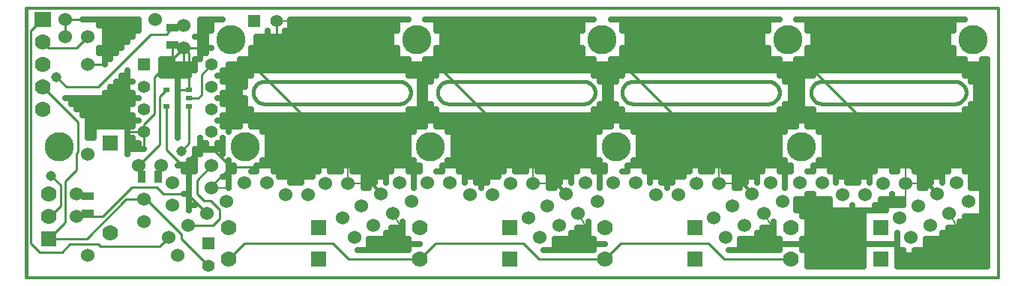
<source format=gbl>
G04 (created by PCBNEW-RS274X (20100406 SVN-R2508)-final) date 6/3/2010 9:59:44 PM*
G01*
G70*
G90*
%MOIN*%
G04 Gerber Fmt 3.4, Leading zero omitted, Abs format*
%FSLAX34Y34*%
G04 APERTURE LIST*
%ADD10C,0.006000*%
%ADD11C,0.012000*%
%ADD12C,0.015000*%
%ADD13C,0.070000*%
%ADD14R,0.070000X0.070000*%
%ADD15C,0.060000*%
%ADD16C,0.130000*%
%ADD17R,0.075000X0.070000*%
%ADD18R,0.030000X0.020000*%
%ADD19R,0.055000X0.035000*%
%ADD20R,0.035000X0.055000*%
%ADD21R,0.055000X0.055000*%
%ADD22C,0.055000*%
%ADD23C,0.045000*%
%ADD24C,0.010000*%
%ADD25C,0.008000*%
%ADD26C,0.025000*%
G04 APERTURE END LIST*
G54D10*
G54D11*
X64250Y-43250D02*
X21000Y-43250D01*
X64250Y-55250D02*
X64250Y-43250D01*
X21000Y-55250D02*
X64250Y-55250D01*
G54D12*
X21000Y-55200D02*
X21000Y-55000D01*
X54000Y-47500D02*
X48000Y-47500D01*
X31600Y-46500D02*
X31557Y-46502D01*
X31514Y-46508D01*
X31471Y-46518D01*
X31429Y-46531D01*
X31389Y-46547D01*
X31351Y-46567D01*
X31314Y-46591D01*
X31279Y-46617D01*
X31247Y-46647D01*
X31217Y-46679D01*
X31191Y-46714D01*
X31167Y-46751D01*
X31147Y-46789D01*
X31131Y-46829D01*
X31118Y-46871D01*
X31108Y-46914D01*
X31102Y-46957D01*
X31100Y-47000D01*
X31100Y-47000D02*
X31102Y-47043D01*
X31108Y-47086D01*
X31118Y-47129D01*
X31131Y-47171D01*
X31147Y-47211D01*
X31167Y-47249D01*
X31191Y-47286D01*
X31217Y-47321D01*
X31247Y-47353D01*
X31279Y-47383D01*
X31314Y-47409D01*
X31351Y-47433D01*
X31389Y-47453D01*
X31429Y-47469D01*
X31471Y-47482D01*
X31514Y-47492D01*
X31557Y-47498D01*
X31600Y-47500D01*
X37600Y-47500D02*
X37643Y-47498D01*
X37686Y-47492D01*
X37729Y-47482D01*
X37771Y-47469D01*
X37811Y-47453D01*
X37850Y-47433D01*
X37886Y-47409D01*
X37921Y-47383D01*
X37953Y-47353D01*
X37983Y-47321D01*
X38009Y-47286D01*
X38033Y-47249D01*
X38053Y-47211D01*
X38069Y-47171D01*
X38082Y-47129D01*
X38092Y-47086D01*
X38098Y-47043D01*
X38100Y-47000D01*
X38100Y-47000D02*
X38098Y-46957D01*
X38092Y-46914D01*
X38082Y-46871D01*
X38069Y-46829D01*
X38053Y-46789D01*
X38033Y-46751D01*
X38009Y-46714D01*
X37983Y-46679D01*
X37953Y-46647D01*
X37921Y-46617D01*
X37886Y-46591D01*
X37850Y-46567D01*
X37811Y-46547D01*
X37771Y-46531D01*
X37729Y-46518D01*
X37686Y-46508D01*
X37643Y-46502D01*
X37600Y-46500D01*
X39800Y-46500D02*
X39757Y-46502D01*
X39714Y-46508D01*
X39671Y-46518D01*
X39629Y-46531D01*
X39589Y-46547D01*
X39551Y-46567D01*
X39514Y-46591D01*
X39479Y-46617D01*
X39447Y-46647D01*
X39417Y-46679D01*
X39391Y-46714D01*
X39367Y-46751D01*
X39347Y-46789D01*
X39331Y-46829D01*
X39318Y-46871D01*
X39308Y-46914D01*
X39302Y-46957D01*
X39300Y-47000D01*
X39300Y-47000D02*
X39302Y-47043D01*
X39308Y-47086D01*
X39318Y-47129D01*
X39331Y-47171D01*
X39347Y-47211D01*
X39367Y-47249D01*
X39391Y-47286D01*
X39417Y-47321D01*
X39447Y-47353D01*
X39479Y-47383D01*
X39514Y-47409D01*
X39551Y-47433D01*
X39589Y-47453D01*
X39629Y-47469D01*
X39671Y-47482D01*
X39714Y-47492D01*
X39757Y-47498D01*
X39800Y-47500D01*
X45800Y-47500D02*
X45843Y-47498D01*
X45886Y-47492D01*
X45929Y-47482D01*
X45971Y-47469D01*
X46011Y-47453D01*
X46050Y-47433D01*
X46086Y-47409D01*
X46121Y-47383D01*
X46153Y-47353D01*
X46183Y-47321D01*
X46209Y-47286D01*
X46233Y-47249D01*
X46253Y-47211D01*
X46269Y-47171D01*
X46282Y-47129D01*
X46292Y-47086D01*
X46298Y-47043D01*
X46300Y-47000D01*
X46300Y-47000D02*
X46298Y-46957D01*
X46292Y-46914D01*
X46282Y-46871D01*
X46269Y-46829D01*
X46253Y-46789D01*
X46233Y-46751D01*
X46209Y-46714D01*
X46183Y-46679D01*
X46153Y-46647D01*
X46121Y-46617D01*
X46086Y-46591D01*
X46050Y-46567D01*
X46011Y-46547D01*
X45971Y-46531D01*
X45929Y-46518D01*
X45886Y-46508D01*
X45843Y-46502D01*
X45800Y-46500D01*
X48000Y-46500D02*
X47957Y-46502D01*
X47914Y-46508D01*
X47871Y-46518D01*
X47829Y-46531D01*
X47789Y-46547D01*
X47751Y-46567D01*
X47714Y-46591D01*
X47679Y-46617D01*
X47647Y-46647D01*
X47617Y-46679D01*
X47591Y-46714D01*
X47567Y-46751D01*
X47547Y-46789D01*
X47531Y-46829D01*
X47518Y-46871D01*
X47508Y-46914D01*
X47502Y-46957D01*
X47500Y-47000D01*
X47500Y-47000D02*
X47502Y-47043D01*
X47508Y-47086D01*
X47518Y-47129D01*
X47531Y-47171D01*
X47547Y-47211D01*
X47567Y-47249D01*
X47591Y-47286D01*
X47617Y-47321D01*
X47647Y-47353D01*
X47679Y-47383D01*
X47714Y-47409D01*
X47751Y-47433D01*
X47789Y-47453D01*
X47829Y-47469D01*
X47871Y-47482D01*
X47914Y-47492D01*
X47957Y-47498D01*
X48000Y-47500D01*
X54000Y-47500D02*
X54043Y-47498D01*
X54086Y-47492D01*
X54129Y-47482D01*
X54171Y-47469D01*
X54211Y-47453D01*
X54250Y-47433D01*
X54286Y-47409D01*
X54321Y-47383D01*
X54353Y-47353D01*
X54383Y-47321D01*
X54409Y-47286D01*
X54433Y-47249D01*
X54453Y-47211D01*
X54469Y-47171D01*
X54482Y-47129D01*
X54492Y-47086D01*
X54498Y-47043D01*
X54500Y-47000D01*
X54500Y-47000D02*
X54498Y-46957D01*
X54492Y-46914D01*
X54482Y-46871D01*
X54469Y-46829D01*
X54453Y-46789D01*
X54433Y-46751D01*
X54409Y-46714D01*
X54383Y-46679D01*
X54353Y-46647D01*
X54321Y-46617D01*
X54286Y-46591D01*
X54250Y-46567D01*
X54211Y-46547D01*
X54171Y-46531D01*
X54129Y-46518D01*
X54086Y-46508D01*
X54043Y-46502D01*
X54000Y-46500D01*
X55900Y-47000D02*
X55902Y-47043D01*
X55908Y-47086D01*
X55918Y-47129D01*
X55931Y-47171D01*
X55947Y-47211D01*
X55967Y-47249D01*
X55991Y-47286D01*
X56017Y-47321D01*
X56047Y-47353D01*
X56079Y-47383D01*
X56114Y-47409D01*
X56151Y-47433D01*
X56189Y-47453D01*
X56229Y-47469D01*
X56271Y-47482D01*
X56314Y-47492D01*
X56357Y-47498D01*
X56400Y-47500D01*
X56400Y-46500D02*
X56357Y-46502D01*
X56314Y-46508D01*
X56271Y-46518D01*
X56229Y-46531D01*
X56189Y-46547D01*
X56151Y-46567D01*
X56114Y-46591D01*
X56079Y-46617D01*
X56047Y-46647D01*
X56017Y-46679D01*
X55991Y-46714D01*
X55967Y-46751D01*
X55947Y-46789D01*
X55931Y-46829D01*
X55918Y-46871D01*
X55908Y-46914D01*
X55902Y-46957D01*
X55900Y-47000D01*
X62300Y-47500D02*
X62343Y-47498D01*
X62386Y-47492D01*
X62429Y-47482D01*
X62471Y-47469D01*
X62511Y-47453D01*
X62550Y-47433D01*
X62586Y-47409D01*
X62621Y-47383D01*
X62653Y-47353D01*
X62683Y-47321D01*
X62709Y-47286D01*
X62733Y-47249D01*
X62753Y-47211D01*
X62769Y-47171D01*
X62782Y-47129D01*
X62792Y-47086D01*
X62798Y-47043D01*
X62800Y-47000D01*
X62800Y-47000D02*
X62798Y-46957D01*
X62792Y-46914D01*
X62782Y-46871D01*
X62769Y-46829D01*
X62753Y-46789D01*
X62733Y-46751D01*
X62709Y-46714D01*
X62683Y-46679D01*
X62653Y-46647D01*
X62621Y-46617D01*
X62586Y-46591D01*
X62550Y-46567D01*
X62511Y-46547D01*
X62471Y-46531D01*
X62429Y-46518D01*
X62386Y-46508D01*
X62343Y-46502D01*
X62300Y-46500D01*
X31600Y-47500D02*
X37600Y-47500D01*
X37600Y-46500D02*
X31600Y-46500D01*
X39800Y-47500D02*
X45800Y-47500D01*
X45800Y-46500D02*
X39800Y-46500D01*
X54000Y-46500D02*
X48000Y-46500D01*
X56400Y-46500D02*
X62300Y-46500D01*
X62300Y-47500D02*
X56400Y-47500D01*
X21000Y-43250D02*
X21000Y-55000D01*
G54D13*
X24750Y-53250D03*
G54D14*
X24750Y-49250D03*
G54D13*
X55000Y-53000D03*
G54D14*
X59000Y-53000D03*
G54D13*
X55000Y-54400D03*
G54D14*
X59000Y-54400D03*
G54D13*
X46750Y-53000D03*
G54D14*
X50750Y-53000D03*
G54D13*
X46750Y-54400D03*
G54D14*
X50750Y-54400D03*
G54D13*
X38500Y-53000D03*
G54D14*
X42500Y-53000D03*
G54D13*
X38500Y-54400D03*
G54D14*
X42500Y-54400D03*
G54D13*
X30000Y-53000D03*
G54D14*
X34000Y-53000D03*
G54D13*
X30000Y-54400D03*
G54D14*
X34000Y-54400D03*
G54D15*
X23750Y-54250D03*
X27750Y-54250D03*
X23750Y-45750D03*
X23750Y-49750D03*
X22750Y-43750D03*
X26750Y-43750D03*
X37300Y-52375D03*
X36452Y-52905D03*
X35604Y-53435D03*
X38148Y-51845D03*
G54D16*
X38361Y-44637D03*
X30729Y-49407D03*
G54D15*
X45550Y-52375D03*
X44702Y-52905D03*
X43854Y-53435D03*
X46398Y-51845D03*
G54D16*
X46611Y-44637D03*
X38979Y-49407D03*
G54D15*
X53800Y-52375D03*
X52952Y-52905D03*
X52104Y-53435D03*
X54648Y-51845D03*
G54D16*
X54861Y-44637D03*
X47229Y-49407D03*
G54D15*
X62050Y-52375D03*
X61202Y-52905D03*
X60354Y-53435D03*
X62898Y-51845D03*
G54D16*
X63111Y-44637D03*
X55479Y-49407D03*
G54D15*
X29050Y-52375D03*
X28202Y-52905D03*
X27354Y-53435D03*
X29898Y-51845D03*
G54D16*
X30111Y-44637D03*
X22479Y-49407D03*
G54D15*
X61520Y-51527D03*
X60672Y-52057D03*
X59824Y-52587D03*
X62368Y-50997D03*
G54D16*
X63111Y-44637D03*
X55479Y-49407D03*
G54D15*
X53270Y-51527D03*
X52422Y-52057D03*
X51574Y-52587D03*
X54118Y-50997D03*
G54D16*
X54861Y-44637D03*
X47229Y-49407D03*
G54D15*
X45020Y-51527D03*
X44172Y-52057D03*
X43324Y-52587D03*
X45868Y-50997D03*
G54D16*
X46611Y-44637D03*
X38979Y-49407D03*
G54D15*
X36770Y-51527D03*
X35922Y-52057D03*
X35074Y-52587D03*
X37618Y-50997D03*
G54D16*
X38361Y-44637D03*
X30729Y-49407D03*
G54D15*
X29250Y-51250D03*
X29250Y-50250D03*
X51800Y-51050D03*
X50800Y-51050D03*
X32550Y-51550D03*
X33550Y-51550D03*
X39850Y-51000D03*
X38850Y-51000D03*
X31700Y-51000D03*
X30700Y-51000D03*
X40750Y-51550D03*
X41750Y-51550D03*
X43550Y-51050D03*
X42550Y-51050D03*
X35300Y-51050D03*
X34300Y-51050D03*
G54D17*
X21750Y-43750D03*
G54D13*
X21750Y-44750D03*
X21750Y-45740D03*
X21750Y-46760D03*
X21750Y-47750D03*
G54D18*
X28250Y-46875D03*
X28250Y-47625D03*
X27250Y-46875D03*
X28250Y-47250D03*
X27250Y-47625D03*
G54D15*
X48100Y-51000D03*
X47100Y-51000D03*
X26250Y-51750D03*
X26250Y-52750D03*
G54D19*
X23750Y-52375D03*
X23750Y-51625D03*
G54D15*
X23250Y-52500D03*
X23250Y-51500D03*
X23750Y-44500D03*
X22750Y-44500D03*
G54D20*
X26125Y-50750D03*
X26875Y-50750D03*
G54D15*
X26000Y-50250D03*
X27000Y-50250D03*
X26000Y-50250D03*
X27000Y-50250D03*
G54D19*
X27500Y-44125D03*
X27500Y-44875D03*
G54D15*
X28000Y-44000D03*
X28000Y-45000D03*
X28000Y-44000D03*
X28000Y-45000D03*
X56400Y-51000D03*
X55400Y-51000D03*
X57300Y-51550D03*
X58300Y-51550D03*
X27500Y-51000D03*
X27500Y-52000D03*
X49000Y-51550D03*
X50000Y-51550D03*
X60100Y-51050D03*
X59100Y-51050D03*
G54D21*
X26250Y-45750D03*
G54D22*
X26250Y-46750D03*
X26250Y-47750D03*
X26250Y-48750D03*
X29250Y-48750D03*
X29250Y-47750D03*
X29250Y-46750D03*
X29250Y-45750D03*
G54D13*
X22000Y-51500D03*
X22000Y-52500D03*
G54D14*
X22000Y-53500D03*
G54D21*
X31150Y-43800D03*
G54D22*
X32150Y-43800D03*
G54D21*
X29100Y-53700D03*
G54D22*
X29100Y-54700D03*
G54D23*
X22350Y-46300D03*
X22100Y-50700D03*
X27900Y-49600D03*
X29100Y-54700D03*
G54D24*
X27225Y-44400D02*
X27500Y-44125D01*
X26550Y-44400D02*
X27225Y-44400D01*
X22800Y-46750D02*
X24200Y-46750D01*
X22350Y-46300D02*
X22800Y-46750D01*
X28650Y-47250D02*
X28800Y-47100D01*
X28800Y-47100D02*
X28800Y-46200D01*
X28800Y-46200D02*
X29250Y-45750D01*
X28250Y-47250D02*
X28650Y-47250D01*
X24200Y-46750D02*
X26550Y-44400D01*
X39300Y-45800D02*
X32150Y-45800D01*
X28175Y-51500D02*
X29050Y-52375D01*
X31100Y-45800D02*
X30100Y-45800D01*
X32150Y-45800D02*
X31100Y-45800D01*
X61520Y-51527D02*
X61520Y-51520D01*
X32150Y-43800D02*
X32150Y-45800D01*
X61520Y-51520D02*
X55800Y-45800D01*
X53270Y-51527D02*
X53270Y-51470D01*
X53270Y-51470D02*
X47600Y-45800D01*
X45020Y-51527D02*
X45020Y-51520D01*
X45020Y-51520D02*
X39300Y-45800D01*
X47600Y-45800D02*
X39300Y-45800D01*
X36770Y-51527D02*
X36770Y-51470D01*
X22530Y-51130D02*
X22100Y-50700D01*
X22530Y-52040D02*
X22530Y-51130D01*
X22070Y-52500D02*
X22530Y-52040D01*
X27250Y-47625D02*
X27250Y-49550D01*
X29400Y-49600D02*
X30100Y-50300D01*
X28600Y-49600D02*
X29400Y-49600D01*
X28100Y-50100D02*
X28600Y-49600D01*
X27800Y-50100D02*
X28100Y-50100D01*
X36770Y-51470D02*
X31100Y-45800D01*
X27250Y-49550D02*
X27800Y-50100D01*
X23250Y-52500D02*
X24400Y-52500D01*
X55800Y-45800D02*
X47600Y-45800D01*
X27100Y-51500D02*
X28175Y-51500D01*
X26800Y-51200D02*
X27100Y-51500D01*
X25700Y-51200D02*
X26800Y-51200D01*
X24400Y-52500D02*
X25700Y-51200D01*
X29250Y-51250D02*
X29250Y-51150D01*
X31300Y-50300D02*
X33400Y-48200D01*
X30100Y-50300D02*
X31300Y-50300D01*
X29250Y-51150D02*
X30100Y-50300D01*
X22000Y-52500D02*
X22070Y-52500D01*
X28250Y-46875D02*
X28250Y-45250D01*
X28250Y-45250D02*
X28000Y-45000D01*
X29250Y-50250D02*
X28600Y-50900D01*
X29295Y-52905D02*
X28202Y-52905D01*
X29600Y-52600D02*
X29295Y-52905D01*
X29600Y-52200D02*
X29600Y-52600D01*
X29200Y-51800D02*
X29600Y-52200D01*
X28900Y-51800D02*
X29200Y-51800D01*
X28600Y-51500D02*
X28900Y-51800D01*
X28600Y-50900D02*
X28600Y-51500D01*
X28000Y-45000D02*
X26800Y-46200D01*
X26700Y-47950D02*
X26250Y-48400D01*
X26700Y-46300D02*
X26700Y-47950D01*
X26800Y-46200D02*
X26700Y-46300D01*
X26250Y-48400D02*
X26250Y-48750D01*
X21750Y-43750D02*
X21700Y-43750D01*
X21200Y-53700D02*
X21300Y-53800D01*
X21200Y-44250D02*
X21200Y-53700D01*
X21300Y-44150D02*
X21200Y-44250D01*
X21700Y-43750D02*
X21300Y-44150D01*
X21300Y-53800D02*
X21600Y-54100D01*
X22600Y-54100D02*
X22950Y-53750D01*
X22950Y-53750D02*
X24200Y-53750D01*
X24200Y-53750D02*
X24300Y-53850D01*
X24300Y-53850D02*
X26939Y-53850D01*
X26939Y-53850D02*
X27354Y-53435D01*
X21600Y-54100D02*
X22600Y-54100D01*
X26000Y-50250D02*
X26950Y-49300D01*
X26950Y-47920D02*
X26940Y-47910D01*
X26940Y-47185D02*
X27250Y-46875D01*
X26940Y-47910D02*
X26940Y-47185D01*
X26950Y-49300D02*
X26950Y-47920D01*
X26950Y-47920D02*
X26950Y-47925D01*
X28250Y-47625D02*
X28250Y-49250D01*
X28250Y-49250D02*
X27900Y-49600D01*
X47450Y-53700D02*
X46750Y-54400D01*
X55000Y-54400D02*
X52050Y-54400D01*
X51350Y-53700D02*
X47450Y-53700D01*
X30700Y-53700D02*
X30000Y-54400D01*
X34650Y-53700D02*
X30700Y-53700D01*
X35350Y-54400D02*
X34650Y-53700D01*
X52050Y-54400D02*
X51350Y-53700D01*
X46750Y-54400D02*
X43800Y-54400D01*
X39200Y-53700D02*
X38500Y-54400D01*
X43100Y-53700D02*
X39200Y-53700D01*
X43800Y-54400D02*
X43100Y-53700D01*
X38500Y-54400D02*
X35350Y-54400D01*
X21750Y-44750D02*
X22000Y-45000D01*
X23250Y-45000D02*
X23750Y-44500D01*
X22000Y-45000D02*
X23250Y-45000D01*
X21750Y-46750D02*
X23300Y-48300D01*
X25450Y-51750D02*
X26250Y-51750D01*
X23700Y-53500D02*
X25450Y-51750D01*
X22000Y-53500D02*
X23700Y-53500D01*
X23250Y-49700D02*
X23250Y-50450D01*
X22750Y-50950D02*
X23250Y-50450D01*
X22700Y-52800D02*
X22750Y-52750D01*
X23300Y-48300D02*
X23300Y-49650D01*
X23300Y-49650D02*
X23250Y-49700D01*
X22700Y-52800D02*
X22000Y-53500D01*
X27900Y-53500D02*
X27900Y-53300D01*
X27900Y-53300D02*
X26350Y-51750D01*
X26350Y-51750D02*
X26250Y-51750D01*
X29100Y-54700D02*
X27900Y-53500D01*
X22750Y-52750D02*
X22750Y-50950D01*
G54D25*
X32150Y-43800D02*
X32825Y-43800D01*
X32150Y-43800D02*
X32150Y-44475D01*
X60100Y-51050D02*
X60100Y-50350D01*
X60100Y-51050D02*
X60800Y-51050D01*
X35300Y-51050D02*
X35300Y-50350D01*
X35300Y-51050D02*
X36000Y-51050D01*
X43550Y-51050D02*
X43550Y-50350D01*
X43550Y-51050D02*
X44250Y-51050D01*
X51800Y-51050D02*
X51800Y-50350D01*
X51800Y-51050D02*
X52500Y-51050D01*
X29250Y-51250D02*
X29950Y-51250D01*
X36770Y-51527D02*
X36399Y-50933D01*
X45020Y-51527D02*
X44649Y-50933D01*
X53270Y-51527D02*
X52899Y-50933D01*
X61520Y-51527D02*
X61149Y-50933D01*
X62050Y-52375D02*
X62421Y-52969D01*
X37300Y-52375D02*
X37671Y-52969D01*
G54D26*
X63750Y-45500D02*
X63750Y-54750D01*
X63500Y-45500D02*
X63500Y-54750D01*
X63250Y-52500D02*
X63250Y-54750D01*
X63250Y-45750D02*
X63250Y-51250D01*
X63000Y-54250D02*
X63000Y-54750D01*
X63000Y-52500D02*
X63000Y-53750D01*
X63000Y-47500D02*
X63000Y-51250D01*
X63000Y-45750D02*
X63000Y-46500D01*
X62750Y-54250D02*
X62750Y-54750D01*
X62750Y-52500D02*
X62750Y-53750D01*
X62750Y-47750D02*
X62750Y-50500D01*
X62750Y-45500D02*
X62750Y-46250D01*
X62500Y-54250D02*
X62500Y-54750D01*
X62500Y-52750D02*
X62500Y-53750D01*
X62500Y-48000D02*
X62500Y-50250D01*
X62500Y-45500D02*
X62500Y-46000D01*
X62250Y-54250D02*
X62250Y-54750D01*
X62250Y-53000D02*
X62250Y-53750D01*
X62250Y-48000D02*
X62250Y-50250D01*
X62250Y-45000D02*
X62250Y-46000D01*
X62250Y-43750D02*
X62250Y-44250D01*
X62000Y-54250D02*
X62000Y-54750D01*
X62000Y-53000D02*
X62000Y-53750D01*
X62000Y-48000D02*
X62000Y-50500D01*
X62000Y-43750D02*
X62000Y-46000D01*
X61750Y-54250D02*
X61750Y-54750D01*
X61750Y-53250D02*
X61750Y-53750D01*
X61750Y-48000D02*
X61750Y-51000D01*
X61750Y-43750D02*
X61750Y-46000D01*
X61500Y-54250D02*
X61500Y-54750D01*
X61500Y-53500D02*
X61500Y-53750D01*
X61500Y-48000D02*
X61500Y-50750D01*
X61500Y-43750D02*
X61500Y-46000D01*
X61250Y-54250D02*
X61250Y-54750D01*
X61250Y-53500D02*
X61250Y-53750D01*
X61250Y-48000D02*
X61250Y-51000D01*
X61250Y-43750D02*
X61250Y-46000D01*
X61000Y-54250D02*
X61000Y-54750D01*
X61000Y-53500D02*
X61000Y-53750D01*
X61000Y-48000D02*
X61000Y-51250D01*
X61000Y-43750D02*
X61000Y-46000D01*
X60750Y-54500D02*
X60750Y-54750D01*
X60750Y-48000D02*
X60750Y-51250D01*
X60750Y-43750D02*
X60750Y-46000D01*
X60500Y-54500D02*
X60500Y-54750D01*
X60500Y-48000D02*
X60500Y-50500D01*
X60500Y-43750D02*
X60500Y-46000D01*
X60250Y-54500D02*
X60250Y-54750D01*
X60250Y-48000D02*
X60250Y-50250D01*
X60250Y-43750D02*
X60250Y-46000D01*
X60000Y-54500D02*
X60000Y-54750D01*
X60000Y-48000D02*
X60000Y-50250D01*
X60000Y-43750D02*
X60000Y-46000D01*
X59750Y-54500D02*
X59750Y-54750D01*
X59750Y-48000D02*
X59750Y-50500D01*
X59750Y-43750D02*
X59750Y-46000D01*
X59500Y-48000D02*
X59500Y-50500D01*
X59500Y-43750D02*
X59500Y-46000D01*
X59250Y-48000D02*
X59250Y-50250D01*
X59250Y-43750D02*
X59250Y-46000D01*
X59000Y-48000D02*
X59000Y-50250D01*
X59000Y-43750D02*
X59000Y-46000D01*
X58750Y-48000D02*
X58750Y-50500D01*
X58750Y-43750D02*
X58750Y-46000D01*
X58500Y-48000D02*
X58500Y-51000D01*
X58500Y-43750D02*
X58500Y-46000D01*
X58250Y-48000D02*
X58250Y-50750D01*
X58250Y-43750D02*
X58250Y-46000D01*
X58000Y-48000D02*
X58000Y-51000D01*
X58000Y-43750D02*
X58000Y-46000D01*
X57750Y-48000D02*
X57750Y-51000D01*
X57750Y-43750D02*
X57750Y-46000D01*
X57500Y-48000D02*
X57500Y-51000D01*
X57500Y-43750D02*
X57500Y-46000D01*
X57250Y-48000D02*
X57250Y-50750D01*
X57250Y-43750D02*
X57250Y-46000D01*
X57000Y-48000D02*
X57000Y-51000D01*
X57000Y-43750D02*
X57000Y-46000D01*
X56750Y-48000D02*
X56750Y-50500D01*
X56750Y-43750D02*
X56750Y-46000D01*
X56500Y-48000D02*
X56500Y-50250D01*
X56500Y-43750D02*
X56500Y-46000D01*
X56250Y-50000D02*
X56250Y-50250D01*
X56250Y-48000D02*
X56250Y-48750D01*
X56250Y-43750D02*
X56250Y-46000D01*
X56000Y-50250D02*
X56000Y-50500D01*
X56000Y-47750D02*
X56000Y-48500D01*
X56000Y-43750D02*
X56000Y-46250D01*
X55750Y-47750D02*
X55750Y-48500D01*
X55750Y-45000D02*
X55750Y-46250D01*
X55750Y-43750D02*
X55750Y-44250D01*
X55500Y-45500D02*
X55500Y-48250D01*
X55250Y-45500D02*
X55250Y-48500D01*
X55000Y-50250D02*
X55000Y-50500D01*
X55000Y-45750D02*
X55000Y-48500D01*
X54750Y-50000D02*
X54750Y-51250D01*
X54750Y-47500D02*
X54750Y-48750D01*
X54750Y-45750D02*
X54750Y-46500D01*
X54500Y-47750D02*
X54500Y-50500D01*
X54500Y-45500D02*
X54500Y-46250D01*
X54250Y-48000D02*
X54250Y-50250D01*
X54250Y-45500D02*
X54250Y-46000D01*
X54000Y-48000D02*
X54000Y-50250D01*
X54000Y-45000D02*
X54000Y-46000D01*
X54000Y-43750D02*
X54000Y-44250D01*
X53750Y-48000D02*
X53750Y-50500D01*
X53750Y-43750D02*
X53750Y-46000D01*
X53500Y-48000D02*
X53500Y-51000D01*
X53500Y-43750D02*
X53500Y-46000D01*
X53250Y-48000D02*
X53250Y-50750D01*
X53250Y-43750D02*
X53250Y-46000D01*
X53000Y-48000D02*
X53000Y-51000D01*
X53000Y-43750D02*
X53000Y-46000D01*
X52750Y-48000D02*
X52750Y-51250D01*
X52750Y-43750D02*
X52750Y-46000D01*
X52500Y-48000D02*
X52500Y-51250D01*
X52500Y-43750D02*
X52500Y-46000D01*
X52250Y-48000D02*
X52250Y-50500D01*
X52250Y-43750D02*
X52250Y-46000D01*
X52000Y-48000D02*
X52000Y-50500D01*
X52000Y-43750D02*
X52000Y-46000D01*
X51750Y-48000D02*
X51750Y-50250D01*
X51750Y-43750D02*
X51750Y-46000D01*
X51500Y-48000D02*
X51500Y-50500D01*
X51500Y-43750D02*
X51500Y-46000D01*
X51250Y-48000D02*
X51250Y-50500D01*
X51250Y-43750D02*
X51250Y-46000D01*
X51000Y-48000D02*
X51000Y-50500D01*
X51000Y-43750D02*
X51000Y-46000D01*
X50750Y-48000D02*
X50750Y-50250D01*
X50750Y-43750D02*
X50750Y-46000D01*
X50500Y-48000D02*
X50500Y-50500D01*
X50500Y-43750D02*
X50500Y-46000D01*
X50250Y-48000D02*
X50250Y-50750D01*
X50250Y-43750D02*
X50250Y-46000D01*
X50000Y-48000D02*
X50000Y-50750D01*
X50000Y-43750D02*
X50000Y-46000D01*
X49750Y-48000D02*
X49750Y-51000D01*
X49750Y-43750D02*
X49750Y-46000D01*
X49500Y-48000D02*
X49500Y-51250D01*
X49500Y-43750D02*
X49500Y-46000D01*
X49250Y-48000D02*
X49250Y-51000D01*
X49250Y-43750D02*
X49250Y-46000D01*
X49000Y-48000D02*
X49000Y-50750D01*
X49000Y-43750D02*
X49000Y-46000D01*
X48750Y-48000D02*
X48750Y-51000D01*
X48750Y-43750D02*
X48750Y-46000D01*
X48500Y-48000D02*
X48500Y-50500D01*
X48500Y-43750D02*
X48500Y-46000D01*
X48250Y-48000D02*
X48250Y-50250D01*
X48250Y-43750D02*
X48250Y-46000D01*
X48000Y-50000D02*
X48000Y-50250D01*
X48000Y-48000D02*
X48000Y-48750D01*
X48000Y-43750D02*
X48000Y-46000D01*
X47750Y-50250D02*
X47750Y-50500D01*
X47750Y-48000D02*
X47750Y-48500D01*
X47750Y-43750D02*
X47750Y-46000D01*
X47500Y-47750D02*
X47500Y-48500D01*
X47500Y-45000D02*
X47500Y-46250D01*
X47500Y-43750D02*
X47500Y-44250D01*
X47250Y-47500D02*
X47250Y-48250D01*
X47250Y-45500D02*
X47250Y-46500D01*
X47000Y-45500D02*
X47000Y-48500D01*
X46750Y-50250D02*
X46750Y-50500D01*
X46750Y-45750D02*
X46750Y-48500D01*
X46500Y-50000D02*
X46500Y-51250D01*
X46500Y-47500D02*
X46500Y-48750D01*
X46500Y-45750D02*
X46500Y-46500D01*
X46250Y-47750D02*
X46250Y-50500D01*
X46250Y-45500D02*
X46250Y-46250D01*
X46000Y-48000D02*
X46000Y-50250D01*
X46000Y-45500D02*
X46000Y-46000D01*
X45750Y-48000D02*
X45750Y-50250D01*
X45750Y-45000D02*
X45750Y-46000D01*
X45750Y-43750D02*
X45750Y-44250D01*
X45500Y-48000D02*
X45500Y-50500D01*
X45500Y-43750D02*
X45500Y-46000D01*
X45250Y-48000D02*
X45250Y-51000D01*
X45250Y-43750D02*
X45250Y-46000D01*
X45000Y-48000D02*
X45000Y-50750D01*
X45000Y-43750D02*
X45000Y-46000D01*
X44750Y-48000D02*
X44750Y-51000D01*
X44750Y-43750D02*
X44750Y-46000D01*
X44500Y-48000D02*
X44500Y-51250D01*
X44500Y-43750D02*
X44500Y-46000D01*
X44250Y-48000D02*
X44250Y-51250D01*
X44250Y-43750D02*
X44250Y-46000D01*
X44000Y-48000D02*
X44000Y-50500D01*
X44000Y-43750D02*
X44000Y-46000D01*
X43750Y-48000D02*
X43750Y-50500D01*
X43750Y-43750D02*
X43750Y-46000D01*
X43500Y-48000D02*
X43500Y-50250D01*
X43500Y-43750D02*
X43500Y-46000D01*
X43250Y-48000D02*
X43250Y-50500D01*
X43250Y-43750D02*
X43250Y-46000D01*
X43000Y-48000D02*
X43000Y-50500D01*
X43000Y-43750D02*
X43000Y-46000D01*
X42750Y-48000D02*
X42750Y-50500D01*
X42750Y-43750D02*
X42750Y-46000D01*
X42500Y-48000D02*
X42500Y-50250D01*
X42500Y-43750D02*
X42500Y-46000D01*
X42250Y-48000D02*
X42250Y-50500D01*
X42250Y-43750D02*
X42250Y-46000D01*
X42000Y-48000D02*
X42000Y-50750D01*
X42000Y-43750D02*
X42000Y-46000D01*
X41750Y-48000D02*
X41750Y-50750D01*
X41750Y-43750D02*
X41750Y-46000D01*
X41500Y-48000D02*
X41500Y-51000D01*
X41500Y-43750D02*
X41500Y-46000D01*
X41250Y-48000D02*
X41250Y-51250D01*
X41250Y-43750D02*
X41250Y-46000D01*
X41000Y-48000D02*
X41000Y-51000D01*
X41000Y-43750D02*
X41000Y-46000D01*
X40750Y-48000D02*
X40750Y-50750D01*
X40750Y-43750D02*
X40750Y-46000D01*
X40500Y-48000D02*
X40500Y-51000D01*
X40500Y-43750D02*
X40500Y-46000D01*
X40250Y-48000D02*
X40250Y-50500D01*
X40250Y-43750D02*
X40250Y-46000D01*
X40000Y-48000D02*
X40000Y-50250D01*
X40000Y-43750D02*
X40000Y-46000D01*
X39750Y-50000D02*
X39750Y-50250D01*
X39750Y-48000D02*
X39750Y-48750D01*
X39750Y-43750D02*
X39750Y-46000D01*
X39500Y-50250D02*
X39500Y-50500D01*
X39500Y-48000D02*
X39500Y-48500D01*
X39500Y-43750D02*
X39500Y-46000D01*
X39250Y-47750D02*
X39250Y-48500D01*
X39250Y-45000D02*
X39250Y-46250D01*
X39250Y-43750D02*
X39250Y-44250D01*
X39000Y-47500D02*
X39000Y-48250D01*
X39000Y-45500D02*
X39000Y-46500D01*
X38750Y-45500D02*
X38750Y-48500D01*
X38500Y-50250D02*
X38500Y-50500D01*
X38500Y-45750D02*
X38500Y-48500D01*
X38250Y-50000D02*
X38250Y-51250D01*
X38250Y-47750D02*
X38250Y-48750D01*
X38250Y-45750D02*
X38250Y-46250D01*
X38000Y-53500D02*
X38000Y-54000D01*
X38000Y-47750D02*
X38000Y-50500D01*
X38000Y-45500D02*
X38000Y-46250D01*
X37750Y-52750D02*
X37750Y-54000D01*
X37750Y-48000D02*
X37750Y-50250D01*
X37750Y-45500D02*
X37750Y-46000D01*
X37500Y-53000D02*
X37500Y-54000D01*
X37500Y-48000D02*
X37500Y-50250D01*
X37500Y-45000D02*
X37500Y-46000D01*
X37500Y-43750D02*
X37500Y-44250D01*
X37250Y-53000D02*
X37250Y-54000D01*
X37250Y-48000D02*
X37250Y-50500D01*
X37250Y-43750D02*
X37250Y-46000D01*
X37000Y-53250D02*
X37000Y-54000D01*
X37000Y-48000D02*
X37000Y-51000D01*
X37000Y-43750D02*
X37000Y-46000D01*
X36750Y-53500D02*
X36750Y-54000D01*
X36750Y-48000D02*
X36750Y-50750D01*
X36750Y-43750D02*
X36750Y-46000D01*
X36500Y-53500D02*
X36500Y-54000D01*
X36500Y-48000D02*
X36500Y-51000D01*
X36500Y-43750D02*
X36500Y-46000D01*
X36250Y-53500D02*
X36250Y-54000D01*
X36250Y-48000D02*
X36250Y-51250D01*
X36250Y-43750D02*
X36250Y-46000D01*
X36000Y-48000D02*
X36000Y-51250D01*
X36000Y-43750D02*
X36000Y-46000D01*
X35750Y-48000D02*
X35750Y-50500D01*
X35750Y-43750D02*
X35750Y-46000D01*
X35500Y-48000D02*
X35500Y-50500D01*
X35500Y-43750D02*
X35500Y-46000D01*
X35250Y-48000D02*
X35250Y-50250D01*
X35250Y-43750D02*
X35250Y-46000D01*
X35000Y-48000D02*
X35000Y-50500D01*
X35000Y-43750D02*
X35000Y-46000D01*
X34750Y-48000D02*
X34750Y-50500D01*
X34750Y-43750D02*
X34750Y-46000D01*
X34500Y-48000D02*
X34500Y-50500D01*
X34500Y-43750D02*
X34500Y-46000D01*
X34250Y-48000D02*
X34250Y-50250D01*
X34250Y-43750D02*
X34250Y-46000D01*
X34000Y-48000D02*
X34000Y-50500D01*
X34000Y-43750D02*
X34000Y-46000D01*
X33750Y-48000D02*
X33750Y-50750D01*
X33750Y-43750D02*
X33750Y-46000D01*
X33500Y-48000D02*
X33500Y-50750D01*
X33500Y-43750D02*
X33500Y-46000D01*
X33250Y-48000D02*
X33250Y-51000D01*
X33250Y-43750D02*
X33250Y-46000D01*
X33000Y-48000D02*
X33000Y-51000D01*
X33000Y-43750D02*
X33000Y-46000D01*
X32750Y-48000D02*
X32750Y-51000D01*
X32750Y-43750D02*
X32750Y-46000D01*
X32500Y-48000D02*
X32500Y-50750D01*
X32500Y-44250D02*
X32500Y-46000D01*
X32250Y-48000D02*
X32250Y-50750D01*
X32250Y-44500D02*
X32250Y-46000D01*
X32000Y-48000D02*
X32000Y-50500D01*
X32000Y-44500D02*
X32000Y-46000D01*
X31750Y-48000D02*
X31750Y-50250D01*
X31750Y-44250D02*
X31750Y-46000D01*
X31500Y-50000D02*
X31500Y-50250D01*
X31500Y-48000D02*
X31500Y-48750D01*
X31500Y-44500D02*
X31500Y-46000D01*
X31250Y-50250D02*
X31250Y-50500D01*
X31250Y-48000D02*
X31250Y-48500D01*
X31250Y-44500D02*
X31250Y-46000D01*
X31000Y-47750D02*
X31000Y-48500D01*
X31000Y-45000D02*
X31000Y-46250D01*
X30750Y-47250D02*
X30750Y-48250D01*
X30750Y-45500D02*
X30750Y-46750D01*
X30500Y-45500D02*
X30500Y-48500D01*
X30250Y-50250D02*
X30250Y-50500D01*
X30250Y-45750D02*
X30250Y-48500D01*
X30000Y-50000D02*
X30000Y-51250D01*
X30000Y-45750D02*
X30000Y-48750D01*
X29750Y-49000D02*
X29750Y-49750D01*
X29750Y-48000D02*
X29750Y-48500D01*
X29750Y-47000D02*
X29750Y-47500D01*
X29750Y-46000D02*
X29750Y-46500D01*
X29500Y-49250D02*
X29500Y-49500D01*
X29000Y-49250D02*
X29000Y-49500D01*
X28750Y-49000D02*
X28750Y-49750D01*
X28500Y-49500D02*
X28500Y-50500D01*
X28250Y-50000D02*
X28250Y-52250D01*
X28000Y-50250D02*
X28000Y-50500D01*
X59750Y-54750D02*
X63750Y-54750D01*
X59750Y-54500D02*
X63750Y-54500D01*
X61000Y-54250D02*
X63750Y-54250D01*
X63250Y-54000D02*
X63750Y-54000D01*
X35750Y-54000D02*
X38000Y-54000D01*
X61000Y-53750D02*
X63750Y-53750D01*
X36250Y-53750D02*
X38500Y-53750D01*
X61000Y-53500D02*
X63750Y-53500D01*
X36250Y-53500D02*
X38000Y-53500D01*
X61750Y-53250D02*
X63750Y-53250D01*
X37000Y-53250D02*
X37750Y-53250D01*
X62000Y-53000D02*
X63750Y-53000D01*
X37250Y-53000D02*
X37750Y-53000D01*
X62500Y-52750D02*
X63750Y-52750D01*
X62750Y-52500D02*
X63750Y-52500D01*
X63500Y-52250D02*
X63750Y-52250D01*
X63500Y-52000D02*
X63750Y-52000D01*
X28250Y-52000D02*
X28500Y-52000D01*
X63500Y-51750D02*
X63750Y-51750D01*
X63500Y-51500D02*
X63750Y-51500D01*
X28000Y-51500D02*
X28250Y-51500D01*
X63000Y-51250D02*
X63750Y-51250D01*
X60750Y-51250D02*
X61000Y-51250D01*
X52500Y-51250D02*
X52750Y-51250D01*
X44250Y-51250D02*
X44500Y-51250D01*
X36000Y-51250D02*
X36250Y-51250D01*
X63000Y-51000D02*
X63750Y-51000D01*
X60750Y-51000D02*
X61250Y-51000D01*
X57500Y-51000D02*
X58000Y-51000D01*
X52500Y-51000D02*
X53000Y-51000D01*
X49250Y-51000D02*
X49750Y-51000D01*
X44250Y-51000D02*
X44750Y-51000D01*
X41000Y-51000D02*
X41500Y-51000D01*
X36000Y-51000D02*
X36500Y-51000D01*
X32750Y-51000D02*
X33250Y-51000D01*
X63000Y-50750D02*
X63750Y-50750D01*
X60750Y-50750D02*
X61750Y-50750D01*
X57000Y-50750D02*
X58500Y-50750D01*
X52500Y-50750D02*
X53500Y-50750D01*
X48750Y-50750D02*
X50250Y-50750D01*
X44250Y-50750D02*
X45250Y-50750D01*
X40500Y-50750D02*
X42000Y-50750D01*
X36000Y-50750D02*
X37000Y-50750D01*
X32250Y-50750D02*
X33750Y-50750D01*
X29750Y-50750D02*
X30000Y-50750D01*
X62750Y-50500D02*
X63750Y-50500D01*
X60500Y-50500D02*
X62000Y-50500D01*
X59500Y-50500D02*
X59750Y-50500D01*
X56750Y-50500D02*
X58750Y-50500D01*
X55750Y-50500D02*
X56000Y-50500D01*
X54500Y-50500D02*
X55000Y-50500D01*
X52000Y-50500D02*
X53750Y-50500D01*
X51000Y-50500D02*
X51500Y-50500D01*
X48500Y-50500D02*
X50500Y-50500D01*
X47500Y-50500D02*
X47750Y-50500D01*
X46250Y-50500D02*
X46750Y-50500D01*
X43750Y-50500D02*
X45500Y-50500D01*
X42750Y-50500D02*
X43250Y-50500D01*
X40250Y-50500D02*
X42250Y-50500D01*
X39250Y-50500D02*
X39500Y-50500D01*
X38000Y-50500D02*
X38500Y-50500D01*
X35500Y-50500D02*
X37250Y-50500D01*
X34500Y-50500D02*
X35000Y-50500D01*
X32000Y-50500D02*
X34000Y-50500D01*
X31000Y-50500D02*
X31250Y-50500D01*
X30000Y-50500D02*
X30250Y-50500D01*
X28000Y-50500D02*
X28500Y-50500D01*
X56000Y-50250D02*
X63750Y-50250D01*
X47750Y-50250D02*
X55000Y-50250D01*
X39500Y-50250D02*
X46750Y-50250D01*
X31250Y-50250D02*
X38500Y-50250D01*
X30000Y-50250D02*
X30250Y-50250D01*
X27750Y-50250D02*
X28500Y-50250D01*
X56250Y-50000D02*
X63750Y-50000D01*
X48000Y-50000D02*
X54750Y-50000D01*
X39750Y-50000D02*
X46500Y-50000D01*
X31500Y-50000D02*
X38250Y-50000D01*
X28250Y-50000D02*
X28500Y-50000D01*
X56500Y-49750D02*
X63750Y-49750D01*
X48250Y-49750D02*
X54500Y-49750D01*
X40000Y-49750D02*
X46250Y-49750D01*
X31750Y-49750D02*
X38000Y-49750D01*
X28500Y-49750D02*
X28750Y-49750D01*
X56500Y-49500D02*
X63750Y-49500D01*
X48250Y-49500D02*
X54500Y-49500D01*
X40000Y-49500D02*
X46250Y-49500D01*
X31750Y-49500D02*
X38000Y-49500D01*
X28500Y-49500D02*
X29750Y-49500D01*
X56500Y-49250D02*
X63750Y-49250D01*
X48250Y-49250D02*
X54500Y-49250D01*
X40000Y-49250D02*
X46250Y-49250D01*
X31750Y-49250D02*
X38000Y-49250D01*
X29500Y-49250D02*
X29750Y-49250D01*
X28750Y-49250D02*
X29000Y-49250D01*
X56500Y-49000D02*
X63750Y-49000D01*
X48250Y-49000D02*
X54500Y-49000D01*
X40000Y-49000D02*
X46250Y-49000D01*
X31750Y-49000D02*
X38000Y-49000D01*
X56250Y-48750D02*
X63750Y-48750D01*
X48000Y-48750D02*
X54750Y-48750D01*
X39750Y-48750D02*
X46500Y-48750D01*
X31500Y-48750D02*
X38250Y-48750D01*
X55750Y-48500D02*
X63750Y-48500D01*
X47500Y-48500D02*
X55250Y-48500D01*
X39250Y-48500D02*
X47000Y-48500D01*
X31000Y-48500D02*
X38750Y-48500D01*
X29750Y-48500D02*
X30500Y-48500D01*
X29500Y-48250D02*
X63750Y-48250D01*
X29750Y-48000D02*
X63750Y-48000D01*
X62750Y-47750D02*
X63750Y-47750D01*
X54500Y-47750D02*
X56000Y-47750D01*
X46250Y-47750D02*
X47500Y-47750D01*
X38000Y-47750D02*
X39250Y-47750D01*
X30000Y-47750D02*
X31000Y-47750D01*
X63000Y-47500D02*
X63750Y-47500D01*
X54750Y-47500D02*
X55500Y-47500D01*
X46500Y-47500D02*
X47250Y-47500D01*
X38500Y-47500D02*
X39000Y-47500D01*
X29750Y-47500D02*
X30750Y-47500D01*
X63250Y-47250D02*
X63750Y-47250D01*
X55000Y-47250D02*
X55500Y-47250D01*
X46750Y-47250D02*
X47000Y-47250D01*
X38500Y-47250D02*
X38750Y-47250D01*
X29500Y-47250D02*
X30750Y-47250D01*
X63250Y-47000D02*
X63750Y-47000D01*
X55000Y-47000D02*
X55500Y-47000D01*
X46750Y-47000D02*
X47000Y-47000D01*
X38500Y-47000D02*
X38750Y-47000D01*
X29750Y-47000D02*
X30500Y-47000D01*
X63250Y-46750D02*
X63750Y-46750D01*
X55000Y-46750D02*
X55500Y-46750D01*
X46750Y-46750D02*
X47000Y-46750D01*
X38500Y-46750D02*
X38750Y-46750D01*
X30000Y-46750D02*
X30750Y-46750D01*
X63000Y-46500D02*
X63750Y-46500D01*
X54750Y-46500D02*
X55500Y-46500D01*
X46500Y-46500D02*
X47250Y-46500D01*
X38500Y-46500D02*
X39000Y-46500D01*
X29750Y-46500D02*
X30750Y-46500D01*
X62750Y-46250D02*
X63750Y-46250D01*
X54500Y-46250D02*
X56000Y-46250D01*
X46250Y-46250D02*
X47500Y-46250D01*
X38000Y-46250D02*
X39250Y-46250D01*
X29500Y-46250D02*
X31000Y-46250D01*
X29750Y-46000D02*
X63750Y-46000D01*
X30000Y-45750D02*
X63750Y-45750D01*
X63500Y-45500D02*
X63750Y-45500D01*
X55250Y-45500D02*
X62750Y-45500D01*
X47000Y-45500D02*
X54500Y-45500D01*
X38750Y-45500D02*
X46250Y-45500D01*
X30500Y-45500D02*
X38000Y-45500D01*
X55750Y-45250D02*
X62250Y-45250D01*
X47500Y-45250D02*
X54000Y-45250D01*
X39250Y-45250D02*
X45750Y-45250D01*
X31000Y-45250D02*
X37500Y-45250D01*
X55750Y-45000D02*
X62250Y-45000D01*
X47500Y-45000D02*
X54000Y-45000D01*
X39250Y-45000D02*
X45750Y-45000D01*
X31000Y-45000D02*
X37500Y-45000D01*
X56000Y-44750D02*
X62000Y-44750D01*
X47750Y-44750D02*
X53750Y-44750D01*
X39500Y-44750D02*
X45500Y-44750D01*
X31250Y-44750D02*
X37250Y-44750D01*
X56000Y-44500D02*
X62000Y-44500D01*
X47750Y-44500D02*
X53750Y-44500D01*
X39500Y-44500D02*
X45500Y-44500D01*
X31250Y-44500D02*
X37250Y-44500D01*
X55750Y-44250D02*
X62250Y-44250D01*
X47500Y-44250D02*
X54000Y-44250D01*
X39250Y-44250D02*
X45750Y-44250D01*
X32500Y-44250D02*
X37500Y-44250D01*
X55750Y-44000D02*
X62250Y-44000D01*
X47500Y-44000D02*
X54000Y-44000D01*
X39250Y-44000D02*
X45750Y-44000D01*
X32750Y-44000D02*
X37500Y-44000D01*
X55250Y-43750D02*
X62750Y-43750D01*
X47000Y-43750D02*
X54500Y-43750D01*
X38750Y-43750D02*
X46250Y-43750D01*
X32750Y-43750D02*
X38000Y-43750D01*
G54D25*
X32150Y-43800D02*
X32825Y-43800D01*
X32150Y-43800D02*
X32150Y-44475D01*
X60100Y-51050D02*
X60100Y-50350D01*
X60100Y-51050D02*
X60800Y-51050D01*
X35300Y-51050D02*
X35300Y-50350D01*
X35300Y-51050D02*
X36000Y-51050D01*
X43550Y-51050D02*
X43550Y-50350D01*
X43550Y-51050D02*
X44250Y-51050D01*
X51800Y-51050D02*
X51800Y-50350D01*
X51800Y-51050D02*
X52500Y-51050D01*
X29250Y-51250D02*
X29950Y-51250D01*
X36770Y-51527D02*
X36399Y-50933D01*
X45020Y-51527D02*
X44649Y-50933D01*
X53270Y-51527D02*
X52899Y-50933D01*
X61520Y-51527D02*
X61149Y-50933D01*
X62050Y-52375D02*
X62421Y-52969D01*
X45550Y-52375D02*
X45921Y-52969D01*
G54D26*
X63750Y-45500D02*
X63750Y-54750D01*
X63500Y-45500D02*
X63500Y-54750D01*
X63250Y-52500D02*
X63250Y-54750D01*
X63250Y-45750D02*
X63250Y-51250D01*
X63000Y-54250D02*
X63000Y-54750D01*
X63000Y-52500D02*
X63000Y-53750D01*
X63000Y-47500D02*
X63000Y-51250D01*
X63000Y-45750D02*
X63000Y-46500D01*
X62750Y-54250D02*
X62750Y-54750D01*
X62750Y-52500D02*
X62750Y-53750D01*
X62750Y-47750D02*
X62750Y-50500D01*
X62750Y-45500D02*
X62750Y-46250D01*
X62500Y-54250D02*
X62500Y-54750D01*
X62500Y-52750D02*
X62500Y-53750D01*
X62500Y-48000D02*
X62500Y-50250D01*
X62500Y-45500D02*
X62500Y-46000D01*
X62250Y-54250D02*
X62250Y-54750D01*
X62250Y-53000D02*
X62250Y-53750D01*
X62250Y-48000D02*
X62250Y-50250D01*
X62250Y-45000D02*
X62250Y-46000D01*
X62250Y-43750D02*
X62250Y-44250D01*
X62000Y-54250D02*
X62000Y-54750D01*
X62000Y-53000D02*
X62000Y-53750D01*
X62000Y-48000D02*
X62000Y-50500D01*
X62000Y-43750D02*
X62000Y-46000D01*
X61750Y-54250D02*
X61750Y-54750D01*
X61750Y-53250D02*
X61750Y-53750D01*
X61750Y-48000D02*
X61750Y-51000D01*
X61750Y-43750D02*
X61750Y-46000D01*
X61500Y-54250D02*
X61500Y-54750D01*
X61500Y-53500D02*
X61500Y-53750D01*
X61500Y-48000D02*
X61500Y-50750D01*
X61500Y-43750D02*
X61500Y-46000D01*
X61250Y-54250D02*
X61250Y-54750D01*
X61250Y-53500D02*
X61250Y-53750D01*
X61250Y-48000D02*
X61250Y-51000D01*
X61250Y-43750D02*
X61250Y-46000D01*
X61000Y-54250D02*
X61000Y-54750D01*
X61000Y-53500D02*
X61000Y-53750D01*
X61000Y-48000D02*
X61000Y-51250D01*
X61000Y-43750D02*
X61000Y-46000D01*
X60750Y-54500D02*
X60750Y-54750D01*
X60750Y-48000D02*
X60750Y-51250D01*
X60750Y-43750D02*
X60750Y-46000D01*
X60500Y-54500D02*
X60500Y-54750D01*
X60500Y-48000D02*
X60500Y-50500D01*
X60500Y-43750D02*
X60500Y-46000D01*
X60250Y-54500D02*
X60250Y-54750D01*
X60250Y-48000D02*
X60250Y-50250D01*
X60250Y-43750D02*
X60250Y-46000D01*
X60000Y-54500D02*
X60000Y-54750D01*
X60000Y-48000D02*
X60000Y-50250D01*
X60000Y-43750D02*
X60000Y-46000D01*
X59750Y-54500D02*
X59750Y-54750D01*
X59750Y-48000D02*
X59750Y-50500D01*
X59750Y-43750D02*
X59750Y-46000D01*
X59500Y-48000D02*
X59500Y-50500D01*
X59500Y-43750D02*
X59500Y-46000D01*
X59250Y-48000D02*
X59250Y-50250D01*
X59250Y-43750D02*
X59250Y-46000D01*
X59000Y-48000D02*
X59000Y-50250D01*
X59000Y-43750D02*
X59000Y-46000D01*
X58750Y-48000D02*
X58750Y-50500D01*
X58750Y-43750D02*
X58750Y-46000D01*
X58500Y-48000D02*
X58500Y-51000D01*
X58500Y-43750D02*
X58500Y-46000D01*
X58250Y-48000D02*
X58250Y-50750D01*
X58250Y-43750D02*
X58250Y-46000D01*
X58000Y-48000D02*
X58000Y-51000D01*
X58000Y-43750D02*
X58000Y-46000D01*
X57750Y-48000D02*
X57750Y-51000D01*
X57750Y-43750D02*
X57750Y-46000D01*
X57500Y-48000D02*
X57500Y-51000D01*
X57500Y-43750D02*
X57500Y-46000D01*
X57250Y-48000D02*
X57250Y-50750D01*
X57250Y-43750D02*
X57250Y-46000D01*
X57000Y-48000D02*
X57000Y-51000D01*
X57000Y-43750D02*
X57000Y-46000D01*
X56750Y-48000D02*
X56750Y-50500D01*
X56750Y-43750D02*
X56750Y-46000D01*
X56500Y-48000D02*
X56500Y-50250D01*
X56500Y-43750D02*
X56500Y-46000D01*
X56250Y-50000D02*
X56250Y-50250D01*
X56250Y-48000D02*
X56250Y-48750D01*
X56250Y-43750D02*
X56250Y-46000D01*
X56000Y-50250D02*
X56000Y-50500D01*
X56000Y-47750D02*
X56000Y-48500D01*
X56000Y-43750D02*
X56000Y-46250D01*
X55750Y-47750D02*
X55750Y-48500D01*
X55750Y-45000D02*
X55750Y-46250D01*
X55750Y-43750D02*
X55750Y-44250D01*
X55500Y-45500D02*
X55500Y-48250D01*
X55250Y-45500D02*
X55250Y-48500D01*
X55000Y-50250D02*
X55000Y-50500D01*
X55000Y-45750D02*
X55000Y-48500D01*
X54750Y-50000D02*
X54750Y-51250D01*
X54750Y-47500D02*
X54750Y-48750D01*
X54750Y-45750D02*
X54750Y-46500D01*
X54500Y-47750D02*
X54500Y-50500D01*
X54500Y-45500D02*
X54500Y-46250D01*
X54250Y-48000D02*
X54250Y-50250D01*
X54250Y-45500D02*
X54250Y-46000D01*
X54000Y-48000D02*
X54000Y-50250D01*
X54000Y-45000D02*
X54000Y-46000D01*
X54000Y-43750D02*
X54000Y-44250D01*
X53750Y-48000D02*
X53750Y-50500D01*
X53750Y-43750D02*
X53750Y-46000D01*
X53500Y-48000D02*
X53500Y-51000D01*
X53500Y-43750D02*
X53500Y-46000D01*
X53250Y-48000D02*
X53250Y-50750D01*
X53250Y-43750D02*
X53250Y-46000D01*
X53000Y-48000D02*
X53000Y-51000D01*
X53000Y-43750D02*
X53000Y-46000D01*
X52750Y-48000D02*
X52750Y-51250D01*
X52750Y-43750D02*
X52750Y-46000D01*
X52500Y-48000D02*
X52500Y-51250D01*
X52500Y-43750D02*
X52500Y-46000D01*
X52250Y-48000D02*
X52250Y-50500D01*
X52250Y-43750D02*
X52250Y-46000D01*
X52000Y-48000D02*
X52000Y-50500D01*
X52000Y-43750D02*
X52000Y-46000D01*
X51750Y-48000D02*
X51750Y-50250D01*
X51750Y-43750D02*
X51750Y-46000D01*
X51500Y-48000D02*
X51500Y-50500D01*
X51500Y-43750D02*
X51500Y-46000D01*
X51250Y-48000D02*
X51250Y-50500D01*
X51250Y-43750D02*
X51250Y-46000D01*
X51000Y-48000D02*
X51000Y-50500D01*
X51000Y-43750D02*
X51000Y-46000D01*
X50750Y-48000D02*
X50750Y-50250D01*
X50750Y-43750D02*
X50750Y-46000D01*
X50500Y-48000D02*
X50500Y-50500D01*
X50500Y-43750D02*
X50500Y-46000D01*
X50250Y-48000D02*
X50250Y-50750D01*
X50250Y-43750D02*
X50250Y-46000D01*
X50000Y-48000D02*
X50000Y-50750D01*
X50000Y-43750D02*
X50000Y-46000D01*
X49750Y-48000D02*
X49750Y-51000D01*
X49750Y-43750D02*
X49750Y-46000D01*
X49500Y-48000D02*
X49500Y-51250D01*
X49500Y-43750D02*
X49500Y-46000D01*
X49250Y-48000D02*
X49250Y-51000D01*
X49250Y-43750D02*
X49250Y-46000D01*
X49000Y-48000D02*
X49000Y-50750D01*
X49000Y-43750D02*
X49000Y-46000D01*
X48750Y-48000D02*
X48750Y-51000D01*
X48750Y-43750D02*
X48750Y-46000D01*
X48500Y-48000D02*
X48500Y-50500D01*
X48500Y-43750D02*
X48500Y-46000D01*
X48250Y-48000D02*
X48250Y-50250D01*
X48250Y-43750D02*
X48250Y-46000D01*
X48000Y-50000D02*
X48000Y-50250D01*
X48000Y-48000D02*
X48000Y-48750D01*
X48000Y-43750D02*
X48000Y-46000D01*
X47750Y-50250D02*
X47750Y-50500D01*
X47750Y-48000D02*
X47750Y-48500D01*
X47750Y-43750D02*
X47750Y-46000D01*
X47500Y-47750D02*
X47500Y-48500D01*
X47500Y-45000D02*
X47500Y-46250D01*
X47500Y-43750D02*
X47500Y-44250D01*
X47250Y-47500D02*
X47250Y-48250D01*
X47250Y-45500D02*
X47250Y-46500D01*
X47000Y-45500D02*
X47000Y-48500D01*
X46750Y-50250D02*
X46750Y-50500D01*
X46750Y-45750D02*
X46750Y-48500D01*
X46500Y-50000D02*
X46500Y-51250D01*
X46500Y-47500D02*
X46500Y-48750D01*
X46500Y-45750D02*
X46500Y-46500D01*
X46250Y-53500D02*
X46250Y-54000D01*
X46250Y-47750D02*
X46250Y-50500D01*
X46250Y-45500D02*
X46250Y-46250D01*
X46000Y-52750D02*
X46000Y-54000D01*
X46000Y-48000D02*
X46000Y-50250D01*
X46000Y-45500D02*
X46000Y-46000D01*
X45750Y-53000D02*
X45750Y-54000D01*
X45750Y-48000D02*
X45750Y-50250D01*
X45750Y-45000D02*
X45750Y-46000D01*
X45750Y-43750D02*
X45750Y-44250D01*
X45500Y-53000D02*
X45500Y-54000D01*
X45500Y-48000D02*
X45500Y-50500D01*
X45500Y-43750D02*
X45500Y-46000D01*
X45250Y-53250D02*
X45250Y-54000D01*
X45250Y-48000D02*
X45250Y-51000D01*
X45250Y-43750D02*
X45250Y-46000D01*
X45000Y-53500D02*
X45000Y-54000D01*
X45000Y-48000D02*
X45000Y-50750D01*
X45000Y-43750D02*
X45000Y-46000D01*
X44750Y-53500D02*
X44750Y-54000D01*
X44750Y-48000D02*
X44750Y-51000D01*
X44750Y-43750D02*
X44750Y-46000D01*
X44500Y-53500D02*
X44500Y-54000D01*
X44500Y-48000D02*
X44500Y-51250D01*
X44500Y-43750D02*
X44500Y-46000D01*
X44250Y-48000D02*
X44250Y-51250D01*
X44250Y-43750D02*
X44250Y-46000D01*
X44000Y-48000D02*
X44000Y-50500D01*
X44000Y-43750D02*
X44000Y-46000D01*
X43750Y-48000D02*
X43750Y-50500D01*
X43750Y-43750D02*
X43750Y-46000D01*
X43500Y-48000D02*
X43500Y-50250D01*
X43500Y-43750D02*
X43500Y-46000D01*
X43250Y-48000D02*
X43250Y-50500D01*
X43250Y-43750D02*
X43250Y-46000D01*
X43000Y-48000D02*
X43000Y-50500D01*
X43000Y-43750D02*
X43000Y-46000D01*
X42750Y-48000D02*
X42750Y-50500D01*
X42750Y-43750D02*
X42750Y-46000D01*
X42500Y-48000D02*
X42500Y-50250D01*
X42500Y-43750D02*
X42500Y-46000D01*
X42250Y-48000D02*
X42250Y-50500D01*
X42250Y-43750D02*
X42250Y-46000D01*
X42000Y-48000D02*
X42000Y-50750D01*
X42000Y-43750D02*
X42000Y-46000D01*
X41750Y-48000D02*
X41750Y-50750D01*
X41750Y-43750D02*
X41750Y-46000D01*
X41500Y-48000D02*
X41500Y-51000D01*
X41500Y-43750D02*
X41500Y-46000D01*
X41250Y-48000D02*
X41250Y-51250D01*
X41250Y-43750D02*
X41250Y-46000D01*
X41000Y-48000D02*
X41000Y-51000D01*
X41000Y-43750D02*
X41000Y-46000D01*
X40750Y-48000D02*
X40750Y-50750D01*
X40750Y-43750D02*
X40750Y-46000D01*
X40500Y-48000D02*
X40500Y-51000D01*
X40500Y-43750D02*
X40500Y-46000D01*
X40250Y-48000D02*
X40250Y-50500D01*
X40250Y-43750D02*
X40250Y-46000D01*
X40000Y-48000D02*
X40000Y-50250D01*
X40000Y-43750D02*
X40000Y-46000D01*
X39750Y-50000D02*
X39750Y-50250D01*
X39750Y-48000D02*
X39750Y-48750D01*
X39750Y-43750D02*
X39750Y-46000D01*
X39500Y-50250D02*
X39500Y-50500D01*
X39500Y-48000D02*
X39500Y-48500D01*
X39500Y-43750D02*
X39500Y-46000D01*
X39250Y-47750D02*
X39250Y-48500D01*
X39250Y-45000D02*
X39250Y-46250D01*
X39250Y-43750D02*
X39250Y-44250D01*
X39000Y-47500D02*
X39000Y-48250D01*
X39000Y-45500D02*
X39000Y-46500D01*
X38750Y-45500D02*
X38750Y-48500D01*
X38500Y-50250D02*
X38500Y-50500D01*
X38500Y-45750D02*
X38500Y-48500D01*
X38250Y-50000D02*
X38250Y-51250D01*
X38250Y-47750D02*
X38250Y-48750D01*
X38250Y-45750D02*
X38250Y-46250D01*
X38000Y-47750D02*
X38000Y-50500D01*
X38000Y-45500D02*
X38000Y-46250D01*
X37750Y-48000D02*
X37750Y-50250D01*
X37750Y-45500D02*
X37750Y-46000D01*
X37500Y-48000D02*
X37500Y-50250D01*
X37500Y-45000D02*
X37500Y-46000D01*
X37500Y-43750D02*
X37500Y-44250D01*
X37250Y-48000D02*
X37250Y-50500D01*
X37250Y-43750D02*
X37250Y-46000D01*
X37000Y-48000D02*
X37000Y-51000D01*
X37000Y-43750D02*
X37000Y-46000D01*
X36750Y-48000D02*
X36750Y-50750D01*
X36750Y-43750D02*
X36750Y-46000D01*
X36500Y-48000D02*
X36500Y-51000D01*
X36500Y-43750D02*
X36500Y-46000D01*
X36250Y-48000D02*
X36250Y-51250D01*
X36250Y-43750D02*
X36250Y-46000D01*
X36000Y-48000D02*
X36000Y-51250D01*
X36000Y-43750D02*
X36000Y-46000D01*
X35750Y-48000D02*
X35750Y-50500D01*
X35750Y-43750D02*
X35750Y-46000D01*
X35500Y-48000D02*
X35500Y-50500D01*
X35500Y-43750D02*
X35500Y-46000D01*
X35250Y-48000D02*
X35250Y-50250D01*
X35250Y-43750D02*
X35250Y-46000D01*
X35000Y-48000D02*
X35000Y-50500D01*
X35000Y-43750D02*
X35000Y-46000D01*
X34750Y-48000D02*
X34750Y-50500D01*
X34750Y-43750D02*
X34750Y-46000D01*
X34500Y-48000D02*
X34500Y-50500D01*
X34500Y-43750D02*
X34500Y-46000D01*
X34250Y-48000D02*
X34250Y-50250D01*
X34250Y-43750D02*
X34250Y-46000D01*
X34000Y-48000D02*
X34000Y-50500D01*
X34000Y-43750D02*
X34000Y-46000D01*
X33750Y-48000D02*
X33750Y-50750D01*
X33750Y-43750D02*
X33750Y-46000D01*
X33500Y-48000D02*
X33500Y-50750D01*
X33500Y-43750D02*
X33500Y-46000D01*
X33250Y-48000D02*
X33250Y-51000D01*
X33250Y-43750D02*
X33250Y-46000D01*
X33000Y-48000D02*
X33000Y-51000D01*
X33000Y-43750D02*
X33000Y-46000D01*
X32750Y-48000D02*
X32750Y-51000D01*
X32750Y-43750D02*
X32750Y-46000D01*
X32500Y-48000D02*
X32500Y-50750D01*
X32500Y-44250D02*
X32500Y-46000D01*
X32250Y-48000D02*
X32250Y-50750D01*
X32250Y-44500D02*
X32250Y-46000D01*
X32000Y-48000D02*
X32000Y-50500D01*
X32000Y-44500D02*
X32000Y-46000D01*
X31750Y-48000D02*
X31750Y-50250D01*
X31750Y-44250D02*
X31750Y-46000D01*
X31500Y-50000D02*
X31500Y-50250D01*
X31500Y-48000D02*
X31500Y-48750D01*
X31500Y-44500D02*
X31500Y-46000D01*
X31250Y-50250D02*
X31250Y-50500D01*
X31250Y-48000D02*
X31250Y-48500D01*
X31250Y-44500D02*
X31250Y-46000D01*
X31000Y-47750D02*
X31000Y-48500D01*
X31000Y-45000D02*
X31000Y-46250D01*
X30750Y-47250D02*
X30750Y-48250D01*
X30750Y-45500D02*
X30750Y-46750D01*
X30500Y-45500D02*
X30500Y-48500D01*
X30250Y-50250D02*
X30250Y-50500D01*
X30250Y-45750D02*
X30250Y-48500D01*
X30000Y-50000D02*
X30000Y-51250D01*
X30000Y-45750D02*
X30000Y-48750D01*
X29750Y-49000D02*
X29750Y-49750D01*
X29750Y-48000D02*
X29750Y-48500D01*
X29750Y-47000D02*
X29750Y-47500D01*
X29750Y-46000D02*
X29750Y-46500D01*
X29500Y-49250D02*
X29500Y-49500D01*
X29000Y-49250D02*
X29000Y-49500D01*
X28750Y-49000D02*
X28750Y-49750D01*
X28500Y-49500D02*
X28500Y-50500D01*
X28250Y-50000D02*
X28250Y-52250D01*
X28000Y-50250D02*
X28000Y-50500D01*
X59750Y-54750D02*
X63750Y-54750D01*
X59750Y-54500D02*
X63750Y-54500D01*
X61000Y-54250D02*
X63750Y-54250D01*
X63250Y-54000D02*
X63750Y-54000D01*
X44000Y-54000D02*
X46250Y-54000D01*
X61000Y-53750D02*
X63750Y-53750D01*
X44500Y-53750D02*
X46750Y-53750D01*
X61000Y-53500D02*
X63750Y-53500D01*
X44500Y-53500D02*
X46250Y-53500D01*
X61750Y-53250D02*
X63750Y-53250D01*
X45250Y-53250D02*
X46000Y-53250D01*
X62000Y-53000D02*
X63750Y-53000D01*
X45500Y-53000D02*
X46000Y-53000D01*
X62500Y-52750D02*
X63750Y-52750D01*
X62750Y-52500D02*
X63750Y-52500D01*
X63500Y-52250D02*
X63750Y-52250D01*
X63500Y-52000D02*
X63750Y-52000D01*
X28250Y-52000D02*
X28500Y-52000D01*
X63500Y-51750D02*
X63750Y-51750D01*
X63500Y-51500D02*
X63750Y-51500D01*
X28000Y-51500D02*
X28250Y-51500D01*
X63000Y-51250D02*
X63750Y-51250D01*
X60750Y-51250D02*
X61000Y-51250D01*
X52500Y-51250D02*
X52750Y-51250D01*
X44250Y-51250D02*
X44500Y-51250D01*
X36000Y-51250D02*
X36250Y-51250D01*
X63000Y-51000D02*
X63750Y-51000D01*
X60750Y-51000D02*
X61250Y-51000D01*
X57500Y-51000D02*
X58000Y-51000D01*
X52500Y-51000D02*
X53000Y-51000D01*
X49250Y-51000D02*
X49750Y-51000D01*
X44250Y-51000D02*
X44750Y-51000D01*
X41000Y-51000D02*
X41500Y-51000D01*
X36000Y-51000D02*
X36500Y-51000D01*
X32750Y-51000D02*
X33250Y-51000D01*
X63000Y-50750D02*
X63750Y-50750D01*
X60750Y-50750D02*
X61750Y-50750D01*
X57000Y-50750D02*
X58500Y-50750D01*
X52500Y-50750D02*
X53500Y-50750D01*
X48750Y-50750D02*
X50250Y-50750D01*
X44250Y-50750D02*
X45250Y-50750D01*
X40500Y-50750D02*
X42000Y-50750D01*
X36000Y-50750D02*
X37000Y-50750D01*
X32250Y-50750D02*
X33750Y-50750D01*
X29750Y-50750D02*
X30000Y-50750D01*
X62750Y-50500D02*
X63750Y-50500D01*
X60500Y-50500D02*
X62000Y-50500D01*
X59500Y-50500D02*
X59750Y-50500D01*
X56750Y-50500D02*
X58750Y-50500D01*
X55750Y-50500D02*
X56000Y-50500D01*
X54500Y-50500D02*
X55000Y-50500D01*
X52000Y-50500D02*
X53750Y-50500D01*
X51000Y-50500D02*
X51500Y-50500D01*
X48500Y-50500D02*
X50500Y-50500D01*
X47500Y-50500D02*
X47750Y-50500D01*
X46250Y-50500D02*
X46750Y-50500D01*
X43750Y-50500D02*
X45500Y-50500D01*
X42750Y-50500D02*
X43250Y-50500D01*
X40250Y-50500D02*
X42250Y-50500D01*
X39250Y-50500D02*
X39500Y-50500D01*
X38000Y-50500D02*
X38500Y-50500D01*
X35500Y-50500D02*
X37250Y-50500D01*
X34500Y-50500D02*
X35000Y-50500D01*
X32000Y-50500D02*
X34000Y-50500D01*
X31000Y-50500D02*
X31250Y-50500D01*
X30000Y-50500D02*
X30250Y-50500D01*
X28000Y-50500D02*
X28500Y-50500D01*
X56000Y-50250D02*
X63750Y-50250D01*
X47750Y-50250D02*
X55000Y-50250D01*
X39500Y-50250D02*
X46750Y-50250D01*
X31250Y-50250D02*
X38500Y-50250D01*
X30000Y-50250D02*
X30250Y-50250D01*
X27750Y-50250D02*
X28500Y-50250D01*
X56250Y-50000D02*
X63750Y-50000D01*
X48000Y-50000D02*
X54750Y-50000D01*
X39750Y-50000D02*
X46500Y-50000D01*
X31500Y-50000D02*
X38250Y-50000D01*
X28250Y-50000D02*
X28500Y-50000D01*
X56500Y-49750D02*
X63750Y-49750D01*
X48250Y-49750D02*
X54500Y-49750D01*
X40000Y-49750D02*
X46250Y-49750D01*
X31750Y-49750D02*
X38000Y-49750D01*
X28500Y-49750D02*
X28750Y-49750D01*
X56500Y-49500D02*
X63750Y-49500D01*
X48250Y-49500D02*
X54500Y-49500D01*
X40000Y-49500D02*
X46250Y-49500D01*
X31750Y-49500D02*
X38000Y-49500D01*
X28500Y-49500D02*
X29750Y-49500D01*
X56500Y-49250D02*
X63750Y-49250D01*
X48250Y-49250D02*
X54500Y-49250D01*
X40000Y-49250D02*
X46250Y-49250D01*
X31750Y-49250D02*
X38000Y-49250D01*
X29500Y-49250D02*
X29750Y-49250D01*
X28750Y-49250D02*
X29000Y-49250D01*
X56500Y-49000D02*
X63750Y-49000D01*
X48250Y-49000D02*
X54500Y-49000D01*
X40000Y-49000D02*
X46250Y-49000D01*
X31750Y-49000D02*
X38000Y-49000D01*
X56250Y-48750D02*
X63750Y-48750D01*
X48000Y-48750D02*
X54750Y-48750D01*
X39750Y-48750D02*
X46500Y-48750D01*
X31500Y-48750D02*
X38250Y-48750D01*
X55750Y-48500D02*
X63750Y-48500D01*
X47500Y-48500D02*
X55250Y-48500D01*
X39250Y-48500D02*
X47000Y-48500D01*
X31000Y-48500D02*
X38750Y-48500D01*
X29750Y-48500D02*
X30500Y-48500D01*
X29500Y-48250D02*
X63750Y-48250D01*
X29750Y-48000D02*
X63750Y-48000D01*
X62750Y-47750D02*
X63750Y-47750D01*
X54500Y-47750D02*
X56000Y-47750D01*
X46250Y-47750D02*
X47500Y-47750D01*
X38000Y-47750D02*
X39250Y-47750D01*
X30000Y-47750D02*
X31000Y-47750D01*
X63000Y-47500D02*
X63750Y-47500D01*
X54750Y-47500D02*
X55500Y-47500D01*
X46500Y-47500D02*
X47250Y-47500D01*
X38500Y-47500D02*
X39000Y-47500D01*
X29750Y-47500D02*
X30750Y-47500D01*
X63250Y-47250D02*
X63750Y-47250D01*
X55000Y-47250D02*
X55500Y-47250D01*
X46750Y-47250D02*
X47000Y-47250D01*
X38500Y-47250D02*
X38750Y-47250D01*
X29500Y-47250D02*
X30750Y-47250D01*
X63250Y-47000D02*
X63750Y-47000D01*
X55000Y-47000D02*
X55500Y-47000D01*
X46750Y-47000D02*
X47000Y-47000D01*
X38500Y-47000D02*
X38750Y-47000D01*
X29750Y-47000D02*
X30500Y-47000D01*
X63250Y-46750D02*
X63750Y-46750D01*
X55000Y-46750D02*
X55500Y-46750D01*
X46750Y-46750D02*
X47000Y-46750D01*
X38500Y-46750D02*
X38750Y-46750D01*
X30000Y-46750D02*
X30750Y-46750D01*
X63000Y-46500D02*
X63750Y-46500D01*
X54750Y-46500D02*
X55500Y-46500D01*
X46500Y-46500D02*
X47250Y-46500D01*
X38500Y-46500D02*
X39000Y-46500D01*
X29750Y-46500D02*
X30750Y-46500D01*
X62750Y-46250D02*
X63750Y-46250D01*
X54500Y-46250D02*
X56000Y-46250D01*
X46250Y-46250D02*
X47500Y-46250D01*
X38000Y-46250D02*
X39250Y-46250D01*
X29500Y-46250D02*
X31000Y-46250D01*
X29750Y-46000D02*
X63750Y-46000D01*
X30000Y-45750D02*
X63750Y-45750D01*
X63500Y-45500D02*
X63750Y-45500D01*
X55250Y-45500D02*
X62750Y-45500D01*
X47000Y-45500D02*
X54500Y-45500D01*
X38750Y-45500D02*
X46250Y-45500D01*
X30500Y-45500D02*
X38000Y-45500D01*
X55750Y-45250D02*
X62250Y-45250D01*
X47500Y-45250D02*
X54000Y-45250D01*
X39250Y-45250D02*
X45750Y-45250D01*
X31000Y-45250D02*
X37500Y-45250D01*
X55750Y-45000D02*
X62250Y-45000D01*
X47500Y-45000D02*
X54000Y-45000D01*
X39250Y-45000D02*
X45750Y-45000D01*
X31000Y-45000D02*
X37500Y-45000D01*
X56000Y-44750D02*
X62000Y-44750D01*
X47750Y-44750D02*
X53750Y-44750D01*
X39500Y-44750D02*
X45500Y-44750D01*
X31250Y-44750D02*
X37250Y-44750D01*
X56000Y-44500D02*
X62000Y-44500D01*
X47750Y-44500D02*
X53750Y-44500D01*
X39500Y-44500D02*
X45500Y-44500D01*
X31250Y-44500D02*
X37250Y-44500D01*
X55750Y-44250D02*
X62250Y-44250D01*
X47500Y-44250D02*
X54000Y-44250D01*
X39250Y-44250D02*
X45750Y-44250D01*
X32500Y-44250D02*
X37500Y-44250D01*
X55750Y-44000D02*
X62250Y-44000D01*
X47500Y-44000D02*
X54000Y-44000D01*
X39250Y-44000D02*
X45750Y-44000D01*
X32750Y-44000D02*
X37500Y-44000D01*
X55250Y-43750D02*
X62750Y-43750D01*
X47000Y-43750D02*
X54500Y-43750D01*
X38750Y-43750D02*
X46250Y-43750D01*
X32750Y-43750D02*
X38000Y-43750D01*
G54D25*
X32150Y-43800D02*
X32825Y-43800D01*
X32150Y-43800D02*
X32150Y-44475D01*
X60100Y-51050D02*
X60100Y-50350D01*
X60100Y-51050D02*
X60800Y-51050D01*
X60100Y-51050D02*
X60100Y-51750D01*
X35300Y-51050D02*
X35300Y-50350D01*
X35300Y-51050D02*
X36000Y-51050D01*
X43550Y-51050D02*
X43550Y-50350D01*
X43550Y-51050D02*
X44250Y-51050D01*
X51800Y-51050D02*
X51800Y-50350D01*
X51800Y-51050D02*
X52500Y-51050D01*
X29250Y-51250D02*
X29950Y-51250D01*
X36770Y-51527D02*
X36399Y-50933D01*
X45020Y-51527D02*
X44649Y-50933D01*
X53270Y-51527D02*
X52899Y-50933D01*
X61520Y-51527D02*
X61149Y-50933D01*
X62050Y-52375D02*
X62421Y-52969D01*
X53800Y-52375D02*
X54171Y-52969D01*
G54D26*
X63750Y-45500D02*
X63750Y-54750D01*
X63500Y-45500D02*
X63500Y-54750D01*
X63250Y-52500D02*
X63250Y-54750D01*
X63250Y-45750D02*
X63250Y-51250D01*
X63000Y-52500D02*
X63000Y-54750D01*
X63000Y-47500D02*
X63000Y-51250D01*
X63000Y-45750D02*
X63000Y-46500D01*
X62750Y-52500D02*
X62750Y-54750D01*
X62750Y-47750D02*
X62750Y-50500D01*
X62750Y-45500D02*
X62750Y-46250D01*
X62500Y-52750D02*
X62500Y-54750D01*
X62500Y-48000D02*
X62500Y-50250D01*
X62500Y-45500D02*
X62500Y-46000D01*
X62250Y-53000D02*
X62250Y-54750D01*
X62250Y-48000D02*
X62250Y-50250D01*
X62250Y-45000D02*
X62250Y-46000D01*
X62250Y-43750D02*
X62250Y-44250D01*
X62000Y-53000D02*
X62000Y-54750D01*
X62000Y-48000D02*
X62000Y-50500D01*
X62000Y-43750D02*
X62000Y-46000D01*
X61750Y-53250D02*
X61750Y-54750D01*
X61750Y-48000D02*
X61750Y-51000D01*
X61750Y-43750D02*
X61750Y-46000D01*
X61500Y-53500D02*
X61500Y-54750D01*
X61500Y-48000D02*
X61500Y-50750D01*
X61500Y-43750D02*
X61500Y-46000D01*
X61250Y-53500D02*
X61250Y-54750D01*
X61250Y-48000D02*
X61250Y-51000D01*
X61250Y-43750D02*
X61250Y-46000D01*
X61000Y-53500D02*
X61000Y-54750D01*
X61000Y-48000D02*
X61000Y-51250D01*
X61000Y-43750D02*
X61000Y-46000D01*
X60750Y-54000D02*
X60750Y-54750D01*
X60750Y-48000D02*
X60750Y-51250D01*
X60750Y-43750D02*
X60750Y-46000D01*
X60500Y-54000D02*
X60500Y-54750D01*
X60500Y-48000D02*
X60500Y-50500D01*
X60500Y-43750D02*
X60500Y-46000D01*
X60250Y-54250D02*
X60250Y-54750D01*
X60250Y-48000D02*
X60250Y-50250D01*
X60250Y-43750D02*
X60250Y-46000D01*
X60000Y-54000D02*
X60000Y-54750D01*
X60000Y-51750D02*
X60000Y-52000D01*
X60000Y-48000D02*
X60000Y-50250D01*
X60000Y-43750D02*
X60000Y-46000D01*
X59750Y-53250D02*
X59750Y-54750D01*
X59750Y-51750D02*
X59750Y-52000D01*
X59750Y-48000D02*
X59750Y-50500D01*
X59750Y-43750D02*
X59750Y-46000D01*
X59500Y-51500D02*
X59500Y-52000D01*
X59500Y-48000D02*
X59500Y-50500D01*
X59500Y-43750D02*
X59500Y-46000D01*
X59250Y-51750D02*
X59250Y-52250D01*
X59250Y-48000D02*
X59250Y-50250D01*
X59250Y-43750D02*
X59250Y-46000D01*
X59000Y-51750D02*
X59000Y-52250D01*
X59000Y-48000D02*
X59000Y-50250D01*
X59000Y-43750D02*
X59000Y-46000D01*
X58750Y-52000D02*
X58750Y-52250D01*
X58750Y-48000D02*
X58750Y-50500D01*
X58750Y-43750D02*
X58750Y-46000D01*
X58500Y-48000D02*
X58500Y-51000D01*
X58500Y-43750D02*
X58500Y-46000D01*
X58250Y-52250D02*
X58250Y-54750D01*
X58250Y-48000D02*
X58250Y-50750D01*
X58250Y-43750D02*
X58250Y-46000D01*
X58000Y-52250D02*
X58000Y-54750D01*
X58000Y-48000D02*
X58000Y-51000D01*
X58000Y-43750D02*
X58000Y-46000D01*
X57750Y-52000D02*
X57750Y-54750D01*
X57750Y-48000D02*
X57750Y-51000D01*
X57750Y-43750D02*
X57750Y-46000D01*
X57500Y-52250D02*
X57500Y-54750D01*
X57500Y-48000D02*
X57500Y-51000D01*
X57500Y-43750D02*
X57500Y-46000D01*
X57250Y-52250D02*
X57250Y-54750D01*
X57250Y-48000D02*
X57250Y-50750D01*
X57250Y-43750D02*
X57250Y-46000D01*
X57000Y-52250D02*
X57000Y-54750D01*
X57000Y-48000D02*
X57000Y-51000D01*
X57000Y-43750D02*
X57000Y-46000D01*
X56750Y-51750D02*
X56750Y-54750D01*
X56750Y-48000D02*
X56750Y-50500D01*
X56750Y-43750D02*
X56750Y-46000D01*
X56500Y-51750D02*
X56500Y-54750D01*
X56500Y-48000D02*
X56500Y-50250D01*
X56500Y-43750D02*
X56500Y-46000D01*
X56250Y-51750D02*
X56250Y-54750D01*
X56250Y-50000D02*
X56250Y-50250D01*
X56250Y-48000D02*
X56250Y-48750D01*
X56250Y-43750D02*
X56250Y-46000D01*
X56000Y-51500D02*
X56000Y-54750D01*
X56000Y-50250D02*
X56000Y-50500D01*
X56000Y-47750D02*
X56000Y-48500D01*
X56000Y-43750D02*
X56000Y-46250D01*
X55750Y-51500D02*
X55750Y-54750D01*
X55750Y-47750D02*
X55750Y-48500D01*
X55750Y-45000D02*
X55750Y-46250D01*
X55750Y-43750D02*
X55750Y-44250D01*
X55500Y-53500D02*
X55500Y-54000D01*
X55500Y-51750D02*
X55500Y-52500D01*
X55500Y-45500D02*
X55500Y-48250D01*
X55250Y-51750D02*
X55250Y-52250D01*
X55250Y-45500D02*
X55250Y-48500D01*
X55000Y-50250D02*
X55000Y-50500D01*
X55000Y-45750D02*
X55000Y-48500D01*
X54750Y-50000D02*
X54750Y-51250D01*
X54750Y-47500D02*
X54750Y-48750D01*
X54750Y-45750D02*
X54750Y-46500D01*
X54500Y-53500D02*
X54500Y-54000D01*
X54500Y-47750D02*
X54500Y-50500D01*
X54500Y-45500D02*
X54500Y-46250D01*
X54250Y-52750D02*
X54250Y-54000D01*
X54250Y-48000D02*
X54250Y-50250D01*
X54250Y-45500D02*
X54250Y-46000D01*
X54000Y-53000D02*
X54000Y-54000D01*
X54000Y-48000D02*
X54000Y-50250D01*
X54000Y-45000D02*
X54000Y-46000D01*
X54000Y-43750D02*
X54000Y-44250D01*
X53750Y-53000D02*
X53750Y-54000D01*
X53750Y-48000D02*
X53750Y-50500D01*
X53750Y-43750D02*
X53750Y-46000D01*
X53500Y-53250D02*
X53500Y-54000D01*
X53500Y-48000D02*
X53500Y-51000D01*
X53500Y-43750D02*
X53500Y-46000D01*
X53250Y-53500D02*
X53250Y-54000D01*
X53250Y-48000D02*
X53250Y-50750D01*
X53250Y-43750D02*
X53250Y-46000D01*
X53000Y-53500D02*
X53000Y-54000D01*
X53000Y-48000D02*
X53000Y-51000D01*
X53000Y-43750D02*
X53000Y-46000D01*
X52750Y-53500D02*
X52750Y-54000D01*
X52750Y-48000D02*
X52750Y-51250D01*
X52750Y-43750D02*
X52750Y-46000D01*
X52500Y-48000D02*
X52500Y-51250D01*
X52500Y-43750D02*
X52500Y-46000D01*
X52250Y-48000D02*
X52250Y-50500D01*
X52250Y-43750D02*
X52250Y-46000D01*
X52000Y-48000D02*
X52000Y-50500D01*
X52000Y-43750D02*
X52000Y-46000D01*
X51750Y-48000D02*
X51750Y-50250D01*
X51750Y-43750D02*
X51750Y-46000D01*
X51500Y-48000D02*
X51500Y-50500D01*
X51500Y-43750D02*
X51500Y-46000D01*
X51250Y-48000D02*
X51250Y-50500D01*
X51250Y-43750D02*
X51250Y-46000D01*
X51000Y-48000D02*
X51000Y-50500D01*
X51000Y-43750D02*
X51000Y-46000D01*
X50750Y-48000D02*
X50750Y-50250D01*
X50750Y-43750D02*
X50750Y-46000D01*
X50500Y-48000D02*
X50500Y-50500D01*
X50500Y-43750D02*
X50500Y-46000D01*
X50250Y-48000D02*
X50250Y-50750D01*
X50250Y-43750D02*
X50250Y-46000D01*
X50000Y-48000D02*
X50000Y-50750D01*
X50000Y-43750D02*
X50000Y-46000D01*
X49750Y-48000D02*
X49750Y-51000D01*
X49750Y-43750D02*
X49750Y-46000D01*
X49500Y-48000D02*
X49500Y-51250D01*
X49500Y-43750D02*
X49500Y-46000D01*
X49250Y-48000D02*
X49250Y-51000D01*
X49250Y-43750D02*
X49250Y-46000D01*
X49000Y-48000D02*
X49000Y-50750D01*
X49000Y-43750D02*
X49000Y-46000D01*
X48750Y-48000D02*
X48750Y-51000D01*
X48750Y-43750D02*
X48750Y-46000D01*
X48500Y-48000D02*
X48500Y-50500D01*
X48500Y-43750D02*
X48500Y-46000D01*
X48250Y-48000D02*
X48250Y-50250D01*
X48250Y-43750D02*
X48250Y-46000D01*
X48000Y-50000D02*
X48000Y-50250D01*
X48000Y-48000D02*
X48000Y-48750D01*
X48000Y-43750D02*
X48000Y-46000D01*
X47750Y-50250D02*
X47750Y-50500D01*
X47750Y-48000D02*
X47750Y-48500D01*
X47750Y-43750D02*
X47750Y-46000D01*
X47500Y-47750D02*
X47500Y-48500D01*
X47500Y-45000D02*
X47500Y-46250D01*
X47500Y-43750D02*
X47500Y-44250D01*
X47250Y-47500D02*
X47250Y-48250D01*
X47250Y-45500D02*
X47250Y-46500D01*
X47000Y-45500D02*
X47000Y-48500D01*
X46750Y-50250D02*
X46750Y-50500D01*
X46750Y-45750D02*
X46750Y-48500D01*
X46500Y-50000D02*
X46500Y-51250D01*
X46500Y-47500D02*
X46500Y-48750D01*
X46500Y-45750D02*
X46500Y-46500D01*
X46250Y-47750D02*
X46250Y-50500D01*
X46250Y-45500D02*
X46250Y-46250D01*
X46000Y-48000D02*
X46000Y-50250D01*
X46000Y-45500D02*
X46000Y-46000D01*
X45750Y-48000D02*
X45750Y-50250D01*
X45750Y-45000D02*
X45750Y-46000D01*
X45750Y-43750D02*
X45750Y-44250D01*
X45500Y-48000D02*
X45500Y-50500D01*
X45500Y-43750D02*
X45500Y-46000D01*
X45250Y-48000D02*
X45250Y-51000D01*
X45250Y-43750D02*
X45250Y-46000D01*
X45000Y-48000D02*
X45000Y-50750D01*
X45000Y-43750D02*
X45000Y-46000D01*
X44750Y-48000D02*
X44750Y-51000D01*
X44750Y-43750D02*
X44750Y-46000D01*
X44500Y-48000D02*
X44500Y-51250D01*
X44500Y-43750D02*
X44500Y-46000D01*
X44250Y-48000D02*
X44250Y-51250D01*
X44250Y-43750D02*
X44250Y-46000D01*
X44000Y-48000D02*
X44000Y-50500D01*
X44000Y-43750D02*
X44000Y-46000D01*
X43750Y-48000D02*
X43750Y-50500D01*
X43750Y-43750D02*
X43750Y-46000D01*
X43500Y-48000D02*
X43500Y-50250D01*
X43500Y-43750D02*
X43500Y-46000D01*
X43250Y-48000D02*
X43250Y-50500D01*
X43250Y-43750D02*
X43250Y-46000D01*
X43000Y-48000D02*
X43000Y-50500D01*
X43000Y-43750D02*
X43000Y-46000D01*
X42750Y-48000D02*
X42750Y-50500D01*
X42750Y-43750D02*
X42750Y-46000D01*
X42500Y-48000D02*
X42500Y-50250D01*
X42500Y-43750D02*
X42500Y-46000D01*
X42250Y-48000D02*
X42250Y-50500D01*
X42250Y-43750D02*
X42250Y-46000D01*
X42000Y-48000D02*
X42000Y-50750D01*
X42000Y-43750D02*
X42000Y-46000D01*
X41750Y-48000D02*
X41750Y-50750D01*
X41750Y-43750D02*
X41750Y-46000D01*
X41500Y-48000D02*
X41500Y-51000D01*
X41500Y-43750D02*
X41500Y-46000D01*
X41250Y-48000D02*
X41250Y-51250D01*
X41250Y-43750D02*
X41250Y-46000D01*
X41000Y-48000D02*
X41000Y-51000D01*
X41000Y-43750D02*
X41000Y-46000D01*
X40750Y-48000D02*
X40750Y-50750D01*
X40750Y-43750D02*
X40750Y-46000D01*
X40500Y-48000D02*
X40500Y-51000D01*
X40500Y-43750D02*
X40500Y-46000D01*
X40250Y-48000D02*
X40250Y-50500D01*
X40250Y-43750D02*
X40250Y-46000D01*
X40000Y-48000D02*
X40000Y-50250D01*
X40000Y-43750D02*
X40000Y-46000D01*
X39750Y-50000D02*
X39750Y-50250D01*
X39750Y-48000D02*
X39750Y-48750D01*
X39750Y-43750D02*
X39750Y-46000D01*
X39500Y-50250D02*
X39500Y-50500D01*
X39500Y-48000D02*
X39500Y-48500D01*
X39500Y-43750D02*
X39500Y-46000D01*
X39250Y-47750D02*
X39250Y-48500D01*
X39250Y-45000D02*
X39250Y-46250D01*
X39250Y-43750D02*
X39250Y-44250D01*
X39000Y-47500D02*
X39000Y-48250D01*
X39000Y-45500D02*
X39000Y-46500D01*
X38750Y-45500D02*
X38750Y-48500D01*
X38500Y-50250D02*
X38500Y-50500D01*
X38500Y-45750D02*
X38500Y-48500D01*
X38250Y-50000D02*
X38250Y-51250D01*
X38250Y-47750D02*
X38250Y-48750D01*
X38250Y-45750D02*
X38250Y-46250D01*
X38000Y-47750D02*
X38000Y-50500D01*
X38000Y-45500D02*
X38000Y-46250D01*
X37750Y-48000D02*
X37750Y-50250D01*
X37750Y-45500D02*
X37750Y-46000D01*
X37500Y-48000D02*
X37500Y-50250D01*
X37500Y-45000D02*
X37500Y-46000D01*
X37500Y-43750D02*
X37500Y-44250D01*
X37250Y-48000D02*
X37250Y-50500D01*
X37250Y-43750D02*
X37250Y-46000D01*
X37000Y-48000D02*
X37000Y-51000D01*
X37000Y-43750D02*
X37000Y-46000D01*
X36750Y-48000D02*
X36750Y-50750D01*
X36750Y-43750D02*
X36750Y-46000D01*
X36500Y-48000D02*
X36500Y-51000D01*
X36500Y-43750D02*
X36500Y-46000D01*
X36250Y-48000D02*
X36250Y-51250D01*
X36250Y-43750D02*
X36250Y-46000D01*
X36000Y-48000D02*
X36000Y-51250D01*
X36000Y-43750D02*
X36000Y-46000D01*
X35750Y-48000D02*
X35750Y-50500D01*
X35750Y-43750D02*
X35750Y-46000D01*
X35500Y-48000D02*
X35500Y-50500D01*
X35500Y-43750D02*
X35500Y-46000D01*
X35250Y-48000D02*
X35250Y-50250D01*
X35250Y-43750D02*
X35250Y-46000D01*
X35000Y-48000D02*
X35000Y-50500D01*
X35000Y-43750D02*
X35000Y-46000D01*
X34750Y-48000D02*
X34750Y-50500D01*
X34750Y-43750D02*
X34750Y-46000D01*
X34500Y-48000D02*
X34500Y-50500D01*
X34500Y-43750D02*
X34500Y-46000D01*
X34250Y-48000D02*
X34250Y-50250D01*
X34250Y-43750D02*
X34250Y-46000D01*
X34000Y-48000D02*
X34000Y-50500D01*
X34000Y-43750D02*
X34000Y-46000D01*
X33750Y-48000D02*
X33750Y-50750D01*
X33750Y-43750D02*
X33750Y-46000D01*
X33500Y-48000D02*
X33500Y-50750D01*
X33500Y-43750D02*
X33500Y-46000D01*
X33250Y-48000D02*
X33250Y-51000D01*
X33250Y-43750D02*
X33250Y-46000D01*
X33000Y-48000D02*
X33000Y-51000D01*
X33000Y-43750D02*
X33000Y-46000D01*
X32750Y-48000D02*
X32750Y-51000D01*
X32750Y-43750D02*
X32750Y-46000D01*
X32500Y-48000D02*
X32500Y-50750D01*
X32500Y-44250D02*
X32500Y-46000D01*
X32250Y-48000D02*
X32250Y-50750D01*
X32250Y-44500D02*
X32250Y-46000D01*
X32000Y-48000D02*
X32000Y-50500D01*
X32000Y-44500D02*
X32000Y-46000D01*
X31750Y-48000D02*
X31750Y-50250D01*
X31750Y-44250D02*
X31750Y-46000D01*
X31500Y-50000D02*
X31500Y-50250D01*
X31500Y-48000D02*
X31500Y-48750D01*
X31500Y-44500D02*
X31500Y-46000D01*
X31250Y-50250D02*
X31250Y-50500D01*
X31250Y-48000D02*
X31250Y-48500D01*
X31250Y-44500D02*
X31250Y-46000D01*
X31000Y-47750D02*
X31000Y-48500D01*
X31000Y-45000D02*
X31000Y-46250D01*
X30750Y-47250D02*
X30750Y-48250D01*
X30750Y-45500D02*
X30750Y-46750D01*
X30500Y-45500D02*
X30500Y-48500D01*
X30250Y-50250D02*
X30250Y-50500D01*
X30250Y-45750D02*
X30250Y-48500D01*
X30000Y-50000D02*
X30000Y-51250D01*
X30000Y-45750D02*
X30000Y-48750D01*
X29750Y-49000D02*
X29750Y-49750D01*
X29750Y-48000D02*
X29750Y-48500D01*
X29750Y-47000D02*
X29750Y-47500D01*
X29750Y-46000D02*
X29750Y-46500D01*
X29500Y-49250D02*
X29500Y-49500D01*
X29000Y-49250D02*
X29000Y-49500D01*
X28750Y-49000D02*
X28750Y-49750D01*
X28500Y-49500D02*
X28500Y-50500D01*
X28250Y-50000D02*
X28250Y-52250D01*
X28000Y-50250D02*
X28000Y-50500D01*
X59750Y-54750D02*
X63750Y-54750D01*
X55750Y-54750D02*
X58250Y-54750D01*
X59750Y-54500D02*
X63750Y-54500D01*
X55750Y-54500D02*
X58250Y-54500D01*
X59750Y-54250D02*
X63750Y-54250D01*
X55750Y-54250D02*
X58250Y-54250D01*
X60500Y-54000D02*
X63750Y-54000D01*
X59750Y-54000D02*
X60000Y-54000D01*
X55500Y-54000D02*
X58250Y-54000D01*
X52250Y-54000D02*
X54500Y-54000D01*
X61000Y-53750D02*
X63750Y-53750D01*
X52750Y-53750D02*
X59750Y-53750D01*
X61000Y-53500D02*
X63750Y-53500D01*
X55500Y-53500D02*
X58250Y-53500D01*
X52750Y-53500D02*
X54500Y-53500D01*
X61750Y-53250D02*
X63750Y-53250D01*
X55750Y-53250D02*
X58250Y-53250D01*
X53500Y-53250D02*
X54250Y-53250D01*
X62000Y-53000D02*
X63750Y-53000D01*
X55750Y-53000D02*
X58250Y-53000D01*
X53750Y-53000D02*
X54250Y-53000D01*
X62500Y-52750D02*
X63750Y-52750D01*
X55750Y-52750D02*
X58250Y-52750D01*
X62750Y-52500D02*
X63750Y-52500D01*
X55500Y-52500D02*
X58250Y-52500D01*
X63500Y-52250D02*
X63750Y-52250D01*
X55250Y-52250D02*
X59250Y-52250D01*
X63500Y-52000D02*
X63750Y-52000D01*
X58750Y-52000D02*
X60000Y-52000D01*
X55250Y-52000D02*
X56750Y-52000D01*
X28250Y-52000D02*
X28500Y-52000D01*
X63500Y-51750D02*
X63750Y-51750D01*
X59000Y-51750D02*
X60000Y-51750D01*
X55250Y-51750D02*
X56750Y-51750D01*
X63500Y-51500D02*
X63750Y-51500D01*
X55750Y-51500D02*
X56000Y-51500D01*
X28000Y-51500D02*
X28250Y-51500D01*
X63000Y-51250D02*
X63750Y-51250D01*
X60750Y-51250D02*
X61000Y-51250D01*
X52500Y-51250D02*
X52750Y-51250D01*
X44250Y-51250D02*
X44500Y-51250D01*
X36000Y-51250D02*
X36250Y-51250D01*
X63000Y-51000D02*
X63750Y-51000D01*
X60750Y-51000D02*
X61250Y-51000D01*
X57500Y-51000D02*
X58000Y-51000D01*
X52500Y-51000D02*
X53000Y-51000D01*
X49250Y-51000D02*
X49750Y-51000D01*
X44250Y-51000D02*
X44750Y-51000D01*
X41000Y-51000D02*
X41500Y-51000D01*
X36000Y-51000D02*
X36500Y-51000D01*
X32750Y-51000D02*
X33250Y-51000D01*
X63000Y-50750D02*
X63750Y-50750D01*
X60750Y-50750D02*
X61750Y-50750D01*
X57000Y-50750D02*
X58500Y-50750D01*
X52500Y-50750D02*
X53500Y-50750D01*
X48750Y-50750D02*
X50250Y-50750D01*
X44250Y-50750D02*
X45250Y-50750D01*
X40500Y-50750D02*
X42000Y-50750D01*
X36000Y-50750D02*
X37000Y-50750D01*
X32250Y-50750D02*
X33750Y-50750D01*
X29750Y-50750D02*
X30000Y-50750D01*
X62750Y-50500D02*
X63750Y-50500D01*
X60500Y-50500D02*
X62000Y-50500D01*
X59500Y-50500D02*
X59750Y-50500D01*
X56750Y-50500D02*
X58750Y-50500D01*
X55750Y-50500D02*
X56000Y-50500D01*
X54500Y-50500D02*
X55000Y-50500D01*
X52000Y-50500D02*
X53750Y-50500D01*
X51000Y-50500D02*
X51500Y-50500D01*
X48500Y-50500D02*
X50500Y-50500D01*
X47500Y-50500D02*
X47750Y-50500D01*
X46250Y-50500D02*
X46750Y-50500D01*
X43750Y-50500D02*
X45500Y-50500D01*
X42750Y-50500D02*
X43250Y-50500D01*
X40250Y-50500D02*
X42250Y-50500D01*
X39250Y-50500D02*
X39500Y-50500D01*
X38000Y-50500D02*
X38500Y-50500D01*
X35500Y-50500D02*
X37250Y-50500D01*
X34500Y-50500D02*
X35000Y-50500D01*
X32000Y-50500D02*
X34000Y-50500D01*
X31000Y-50500D02*
X31250Y-50500D01*
X30000Y-50500D02*
X30250Y-50500D01*
X28000Y-50500D02*
X28500Y-50500D01*
X56000Y-50250D02*
X63750Y-50250D01*
X47750Y-50250D02*
X55000Y-50250D01*
X39500Y-50250D02*
X46750Y-50250D01*
X31250Y-50250D02*
X38500Y-50250D01*
X30000Y-50250D02*
X30250Y-50250D01*
X27750Y-50250D02*
X28500Y-50250D01*
X56250Y-50000D02*
X63750Y-50000D01*
X48000Y-50000D02*
X54750Y-50000D01*
X39750Y-50000D02*
X46500Y-50000D01*
X31500Y-50000D02*
X38250Y-50000D01*
X28250Y-50000D02*
X28500Y-50000D01*
X56500Y-49750D02*
X63750Y-49750D01*
X48250Y-49750D02*
X54500Y-49750D01*
X40000Y-49750D02*
X46250Y-49750D01*
X31750Y-49750D02*
X38000Y-49750D01*
X28500Y-49750D02*
X28750Y-49750D01*
X56500Y-49500D02*
X63750Y-49500D01*
X48250Y-49500D02*
X54500Y-49500D01*
X40000Y-49500D02*
X46250Y-49500D01*
X31750Y-49500D02*
X38000Y-49500D01*
X28500Y-49500D02*
X29750Y-49500D01*
X56500Y-49250D02*
X63750Y-49250D01*
X48250Y-49250D02*
X54500Y-49250D01*
X40000Y-49250D02*
X46250Y-49250D01*
X31750Y-49250D02*
X38000Y-49250D01*
X29500Y-49250D02*
X29750Y-49250D01*
X28750Y-49250D02*
X29000Y-49250D01*
X56500Y-49000D02*
X63750Y-49000D01*
X48250Y-49000D02*
X54500Y-49000D01*
X40000Y-49000D02*
X46250Y-49000D01*
X31750Y-49000D02*
X38000Y-49000D01*
X56250Y-48750D02*
X63750Y-48750D01*
X48000Y-48750D02*
X54750Y-48750D01*
X39750Y-48750D02*
X46500Y-48750D01*
X31500Y-48750D02*
X38250Y-48750D01*
X55750Y-48500D02*
X63750Y-48500D01*
X47500Y-48500D02*
X55250Y-48500D01*
X39250Y-48500D02*
X47000Y-48500D01*
X31000Y-48500D02*
X38750Y-48500D01*
X29750Y-48500D02*
X30500Y-48500D01*
X29500Y-48250D02*
X63750Y-48250D01*
X29750Y-48000D02*
X63750Y-48000D01*
X62750Y-47750D02*
X63750Y-47750D01*
X54500Y-47750D02*
X56000Y-47750D01*
X46250Y-47750D02*
X47500Y-47750D01*
X38000Y-47750D02*
X39250Y-47750D01*
X30000Y-47750D02*
X31000Y-47750D01*
X63000Y-47500D02*
X63750Y-47500D01*
X54750Y-47500D02*
X55500Y-47500D01*
X46500Y-47500D02*
X47250Y-47500D01*
X38500Y-47500D02*
X39000Y-47500D01*
X29750Y-47500D02*
X30750Y-47500D01*
X63250Y-47250D02*
X63750Y-47250D01*
X55000Y-47250D02*
X55500Y-47250D01*
X46750Y-47250D02*
X47000Y-47250D01*
X38500Y-47250D02*
X38750Y-47250D01*
X29500Y-47250D02*
X30750Y-47250D01*
X63250Y-47000D02*
X63750Y-47000D01*
X55000Y-47000D02*
X55500Y-47000D01*
X46750Y-47000D02*
X47000Y-47000D01*
X38500Y-47000D02*
X38750Y-47000D01*
X29750Y-47000D02*
X30500Y-47000D01*
X63250Y-46750D02*
X63750Y-46750D01*
X55000Y-46750D02*
X55500Y-46750D01*
X46750Y-46750D02*
X47000Y-46750D01*
X38500Y-46750D02*
X38750Y-46750D01*
X30000Y-46750D02*
X30750Y-46750D01*
X63000Y-46500D02*
X63750Y-46500D01*
X54750Y-46500D02*
X55500Y-46500D01*
X46500Y-46500D02*
X47250Y-46500D01*
X38500Y-46500D02*
X39000Y-46500D01*
X29750Y-46500D02*
X30750Y-46500D01*
X62750Y-46250D02*
X63750Y-46250D01*
X54500Y-46250D02*
X56000Y-46250D01*
X46250Y-46250D02*
X47500Y-46250D01*
X38000Y-46250D02*
X39250Y-46250D01*
X29500Y-46250D02*
X31000Y-46250D01*
X29750Y-46000D02*
X63750Y-46000D01*
X30000Y-45750D02*
X63750Y-45750D01*
X63500Y-45500D02*
X63750Y-45500D01*
X55250Y-45500D02*
X62750Y-45500D01*
X47000Y-45500D02*
X54500Y-45500D01*
X38750Y-45500D02*
X46250Y-45500D01*
X30500Y-45500D02*
X38000Y-45500D01*
X55750Y-45250D02*
X62250Y-45250D01*
X47500Y-45250D02*
X54000Y-45250D01*
X39250Y-45250D02*
X45750Y-45250D01*
X31000Y-45250D02*
X37500Y-45250D01*
X55750Y-45000D02*
X62250Y-45000D01*
X47500Y-45000D02*
X54000Y-45000D01*
X39250Y-45000D02*
X45750Y-45000D01*
X31000Y-45000D02*
X37500Y-45000D01*
X56000Y-44750D02*
X62000Y-44750D01*
X47750Y-44750D02*
X53750Y-44750D01*
X39500Y-44750D02*
X45500Y-44750D01*
X31250Y-44750D02*
X37250Y-44750D01*
X56000Y-44500D02*
X62000Y-44500D01*
X47750Y-44500D02*
X53750Y-44500D01*
X39500Y-44500D02*
X45500Y-44500D01*
X31250Y-44500D02*
X37250Y-44500D01*
X55750Y-44250D02*
X62250Y-44250D01*
X47500Y-44250D02*
X54000Y-44250D01*
X39250Y-44250D02*
X45750Y-44250D01*
X32500Y-44250D02*
X37500Y-44250D01*
X55750Y-44000D02*
X62250Y-44000D01*
X47500Y-44000D02*
X54000Y-44000D01*
X39250Y-44000D02*
X45750Y-44000D01*
X32750Y-44000D02*
X37500Y-44000D01*
X55250Y-43750D02*
X62750Y-43750D01*
X47000Y-43750D02*
X54500Y-43750D01*
X38750Y-43750D02*
X46250Y-43750D01*
X32750Y-43750D02*
X38000Y-43750D01*
G54D24*
X28000Y-45000D02*
X28000Y-45700D01*
X28000Y-45000D02*
X28700Y-45000D01*
X28000Y-45000D02*
X28000Y-45700D01*
X28000Y-45000D02*
X28700Y-45000D01*
X27500Y-44875D02*
X27500Y-45450D01*
X22750Y-44500D02*
X22750Y-43800D01*
X28250Y-46875D02*
X27700Y-46875D01*
X28250Y-46875D02*
X28250Y-46375D01*
X22750Y-43750D02*
X23450Y-43750D01*
X23750Y-45750D02*
X24450Y-45750D01*
G54D26*
X29250Y-43750D02*
X29250Y-44250D01*
X29000Y-43750D02*
X29000Y-45250D01*
X28750Y-43750D02*
X28750Y-45500D01*
X28500Y-45500D02*
X28500Y-46000D01*
X28250Y-45750D02*
X28250Y-46250D01*
X28000Y-45750D02*
X28000Y-46250D01*
X27750Y-45750D02*
X27750Y-49000D01*
X27500Y-45500D02*
X27500Y-46250D01*
X27250Y-45500D02*
X27250Y-46250D01*
X27000Y-45500D02*
X27000Y-46250D01*
X26000Y-43750D02*
X26000Y-44250D01*
X25750Y-43750D02*
X25750Y-44500D01*
X25500Y-43750D02*
X25500Y-44750D01*
X25250Y-43750D02*
X25250Y-45000D01*
X25000Y-43750D02*
X25000Y-45250D01*
X24750Y-43750D02*
X24750Y-45500D01*
X24500Y-43750D02*
X24500Y-45750D01*
X24250Y-45000D02*
X24250Y-45250D01*
X24250Y-43750D02*
X24250Y-44000D01*
X27000Y-46250D02*
X28250Y-46250D01*
X27000Y-46000D02*
X28500Y-46000D01*
X27000Y-45750D02*
X28500Y-45750D01*
X28500Y-45500D02*
X28750Y-45500D01*
X27000Y-45500D02*
X27500Y-45500D01*
X24500Y-45500D02*
X24750Y-45500D01*
X28750Y-45250D02*
X29000Y-45250D01*
X24250Y-45250D02*
X25000Y-45250D01*
X28750Y-45000D02*
X29250Y-45000D01*
X24250Y-45000D02*
X25250Y-45000D01*
X28750Y-44750D02*
X29000Y-44750D01*
X24500Y-44750D02*
X25500Y-44750D01*
X28500Y-44500D02*
X29000Y-44500D01*
X24500Y-44500D02*
X25750Y-44500D01*
X28750Y-44250D02*
X29250Y-44250D01*
X24500Y-44250D02*
X26000Y-44250D01*
X28750Y-44000D02*
X29250Y-44000D01*
X24250Y-44000D02*
X26000Y-44000D01*
X28750Y-43750D02*
X29750Y-43750D01*
X23500Y-43750D02*
X26000Y-43750D01*
G54D24*
X26250Y-48750D02*
X26250Y-49425D01*
X26250Y-48750D02*
X25575Y-48750D01*
X28000Y-45000D02*
X28000Y-45700D01*
X28000Y-45000D02*
X28700Y-45000D01*
X28000Y-45000D02*
X28000Y-45700D01*
X28000Y-45000D02*
X28700Y-45000D01*
X27500Y-44875D02*
X27500Y-45450D01*
X28250Y-46875D02*
X27700Y-46875D01*
X28250Y-46875D02*
X28250Y-46375D01*
G54D26*
X29250Y-43750D02*
X29250Y-44250D01*
X29000Y-43750D02*
X29000Y-45250D01*
X28750Y-43750D02*
X28750Y-45500D01*
X28500Y-45500D02*
X28500Y-46000D01*
X28250Y-45750D02*
X28250Y-46250D01*
X28000Y-45750D02*
X28000Y-46250D01*
X27750Y-45750D02*
X27750Y-49000D01*
X27500Y-45500D02*
X27500Y-46250D01*
X27250Y-45500D02*
X27250Y-46250D01*
X27000Y-45500D02*
X27000Y-46250D01*
X26000Y-49250D02*
X26000Y-49500D01*
X25750Y-49000D02*
X25750Y-49500D01*
X25750Y-48000D02*
X25750Y-48500D01*
X25750Y-47000D02*
X25750Y-47500D01*
X25500Y-46000D02*
X25500Y-49750D01*
X25250Y-46250D02*
X25250Y-48500D01*
X25000Y-46500D02*
X25000Y-48500D01*
X24750Y-46750D02*
X24750Y-48500D01*
X24500Y-47000D02*
X24500Y-48500D01*
X24250Y-47250D02*
X24250Y-48500D01*
X24000Y-47250D02*
X24000Y-49000D01*
X23750Y-47250D02*
X23750Y-49000D01*
X23500Y-47250D02*
X23500Y-48000D01*
X23250Y-47250D02*
X23250Y-47750D01*
X23000Y-47250D02*
X23000Y-47500D01*
X25500Y-49500D02*
X26250Y-49500D01*
X25500Y-49250D02*
X26000Y-49250D01*
X25500Y-49000D02*
X25750Y-49000D01*
X23750Y-49000D02*
X24000Y-49000D01*
X23750Y-48750D02*
X24000Y-48750D01*
X23750Y-48500D02*
X25750Y-48500D01*
X23750Y-48250D02*
X26000Y-48250D01*
X23500Y-48000D02*
X25750Y-48000D01*
X23250Y-47750D02*
X25500Y-47750D01*
X23000Y-47500D02*
X25750Y-47500D01*
X22750Y-47250D02*
X26000Y-47250D01*
X24500Y-47000D02*
X25750Y-47000D01*
X24750Y-46750D02*
X25500Y-46750D01*
X25000Y-46500D02*
X25750Y-46500D01*
X27000Y-46250D02*
X28250Y-46250D01*
X25250Y-46250D02*
X25500Y-46250D01*
X27000Y-46000D02*
X28500Y-46000D01*
X27000Y-45750D02*
X28500Y-45750D01*
X28500Y-45500D02*
X28750Y-45500D01*
X27000Y-45500D02*
X27500Y-45500D01*
X28750Y-45250D02*
X29000Y-45250D01*
X28750Y-45000D02*
X29250Y-45000D01*
X28750Y-44750D02*
X29000Y-44750D01*
X28500Y-44500D02*
X29000Y-44500D01*
X28750Y-44250D02*
X29250Y-44250D01*
X28750Y-44000D02*
X29250Y-44000D01*
X28750Y-43750D02*
X29750Y-43750D01*
M02*

</source>
